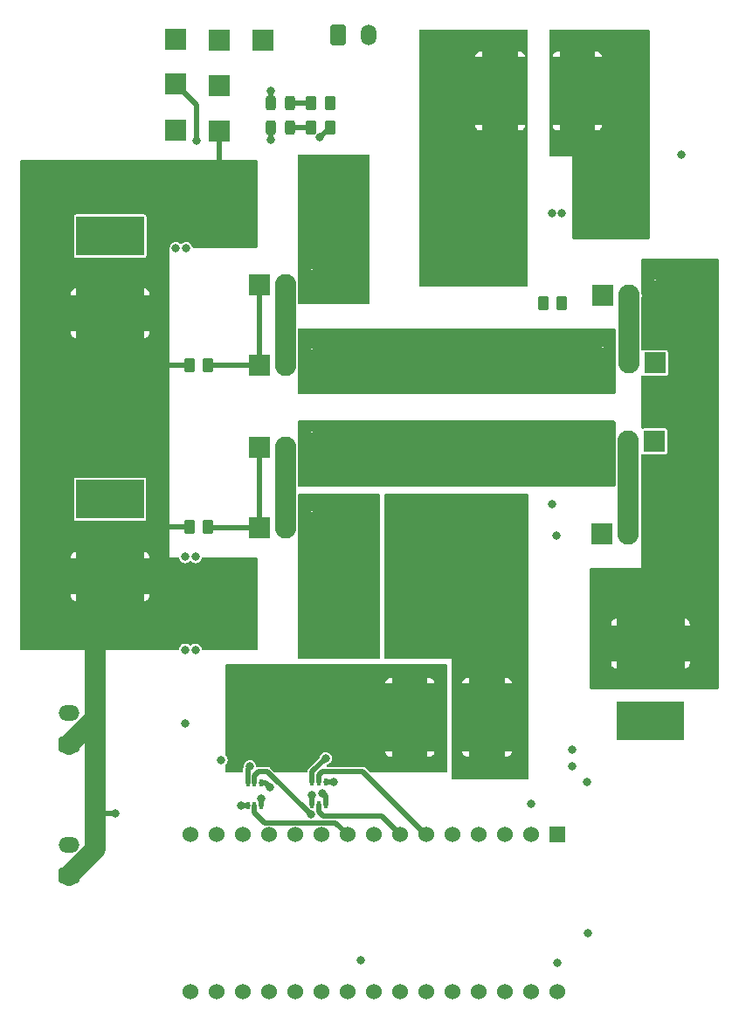
<source format=gtl>
G04 #@! TF.GenerationSoftware,KiCad,Pcbnew,8.0.1*
G04 #@! TF.CreationDate,2024-04-15T13:35:02-05:00*
G04 #@! TF.ProjectId,Power-Secondary,506f7765-722d-4536-9563-6f6e64617279,rev?*
G04 #@! TF.SameCoordinates,Original*
G04 #@! TF.FileFunction,Copper,L1,Top*
G04 #@! TF.FilePolarity,Positive*
%FSLAX46Y46*%
G04 Gerber Fmt 4.6, Leading zero omitted, Abs format (unit mm)*
G04 Created by KiCad (PCBNEW 8.0.1) date 2024-04-15 13:35:02*
%MOMM*%
%LPD*%
G01*
G04 APERTURE LIST*
G04 Aperture macros list*
%AMRoundRect*
0 Rectangle with rounded corners*
0 $1 Rounding radius*
0 $2 $3 $4 $5 $6 $7 $8 $9 X,Y pos of 4 corners*
0 Add a 4 corners polygon primitive as box body*
4,1,4,$2,$3,$4,$5,$6,$7,$8,$9,$2,$3,0*
0 Add four circle primitives for the rounded corners*
1,1,$1+$1,$2,$3*
1,1,$1+$1,$4,$5*
1,1,$1+$1,$6,$7*
1,1,$1+$1,$8,$9*
0 Add four rect primitives between the rounded corners*
20,1,$1+$1,$2,$3,$4,$5,0*
20,1,$1+$1,$4,$5,$6,$7,0*
20,1,$1+$1,$6,$7,$8,$9,0*
20,1,$1+$1,$8,$9,$2,$3,0*%
G04 Aperture macros list end*
G04 #@! TA.AperFunction,ComponentPad*
%ADD10R,3.430000X3.780000*%
G04 #@! TD*
G04 #@! TA.AperFunction,SMDPad,CuDef*
%ADD11R,0.400000X0.750000*%
G04 #@! TD*
G04 #@! TA.AperFunction,ComponentPad*
%ADD12R,2.085000X2.085000*%
G04 #@! TD*
G04 #@! TA.AperFunction,ComponentPad*
%ADD13C,2.085000*%
G04 #@! TD*
G04 #@! TA.AperFunction,SMDPad,CuDef*
%ADD14R,2.000000X2.000000*%
G04 #@! TD*
G04 #@! TA.AperFunction,SMDPad,CuDef*
%ADD15RoundRect,0.243750X-0.243750X-0.456250X0.243750X-0.456250X0.243750X0.456250X-0.243750X0.456250X0*%
G04 #@! TD*
G04 #@! TA.AperFunction,ComponentPad*
%ADD16R,3.780000X3.430000*%
G04 #@! TD*
G04 #@! TA.AperFunction,SMDPad,CuDef*
%ADD17RoundRect,0.250000X0.262500X0.450000X-0.262500X0.450000X-0.262500X-0.450000X0.262500X-0.450000X0*%
G04 #@! TD*
G04 #@! TA.AperFunction,ComponentPad*
%ADD18C,2.780000*%
G04 #@! TD*
G04 #@! TA.AperFunction,ComponentPad*
%ADD19RoundRect,0.250001X0.759999X-0.499999X0.759999X0.499999X-0.759999X0.499999X-0.759999X-0.499999X0*%
G04 #@! TD*
G04 #@! TA.AperFunction,ComponentPad*
%ADD20O,2.020000X1.500000*%
G04 #@! TD*
G04 #@! TA.AperFunction,ComponentPad*
%ADD21R,1.524000X1.524000*%
G04 #@! TD*
G04 #@! TA.AperFunction,ComponentPad*
%ADD22C,1.524000*%
G04 #@! TD*
G04 #@! TA.AperFunction,SMDPad,CuDef*
%ADD23RoundRect,0.250000X-0.262500X-0.450000X0.262500X-0.450000X0.262500X0.450000X-0.262500X0.450000X0*%
G04 #@! TD*
G04 #@! TA.AperFunction,ComponentPad*
%ADD24RoundRect,0.250001X-0.499999X-0.759999X0.499999X-0.759999X0.499999X0.759999X-0.499999X0.759999X0*%
G04 #@! TD*
G04 #@! TA.AperFunction,ComponentPad*
%ADD25O,1.500000X2.020000*%
G04 #@! TD*
G04 #@! TA.AperFunction,ViaPad*
%ADD26C,0.800000*%
G04 #@! TD*
G04 #@! TA.AperFunction,Conductor*
%ADD27C,0.500000*%
G04 #@! TD*
G04 #@! TA.AperFunction,Conductor*
%ADD28C,2.000000*%
G04 #@! TD*
G04 APERTURE END LIST*
D10*
X213180000Y-86000000D03*
X210000000Y-86000000D03*
X213180000Y-93490000D03*
X210000000Y-93490000D03*
D11*
X180100000Y-99400000D03*
X179450000Y-99400000D03*
X178800000Y-99400000D03*
X178800000Y-101600000D03*
X179450000Y-101600000D03*
X180100000Y-101600000D03*
D12*
X173670000Y-51250000D03*
D13*
X176210000Y-51250000D03*
X178750000Y-51250000D03*
D14*
X165600000Y-31800000D03*
D10*
X157630000Y-79495000D03*
X160810000Y-79495000D03*
X157630000Y-72005000D03*
X160810000Y-72005000D03*
D12*
X173670000Y-74750000D03*
D13*
X176210000Y-74750000D03*
X178750000Y-74750000D03*
D15*
X174802500Y-33600000D03*
X176677500Y-33600000D03*
D16*
X195750000Y-94740000D03*
X195750000Y-91560000D03*
X188260000Y-94740000D03*
X188260000Y-91560000D03*
D12*
X206920000Y-75345000D03*
D13*
X209460000Y-75345000D03*
X212000000Y-75345000D03*
D17*
X180512500Y-36000000D03*
X178687500Y-36000000D03*
X180525000Y-33600000D03*
X178700000Y-33600000D03*
D18*
X191090000Y-58460000D03*
X194490000Y-58460000D03*
X191090000Y-48540000D03*
X194490000Y-48540000D03*
D14*
X169800000Y-36300000D03*
D19*
X155250000Y-108500000D03*
D20*
X155250000Y-105500000D03*
D10*
X157635000Y-54000000D03*
X160815000Y-54000000D03*
X157635000Y-46510000D03*
X160815000Y-46510000D03*
D14*
X169800000Y-31900000D03*
D18*
X170640000Y-80500000D03*
X170640000Y-83900000D03*
X180560000Y-80500000D03*
X180560000Y-83900000D03*
D21*
X202540000Y-104500000D03*
D22*
X200000000Y-104500000D03*
X197460000Y-104500000D03*
X194920000Y-104500000D03*
X192380000Y-104500000D03*
X189840000Y-104500000D03*
X187300000Y-104500000D03*
X184760000Y-104500000D03*
X182220000Y-104500000D03*
X179680000Y-104500000D03*
X177140000Y-104500000D03*
X174600000Y-104500000D03*
X172060000Y-104500000D03*
X169520000Y-104500000D03*
X166980000Y-104500000D03*
X166980000Y-119740000D03*
X169520000Y-119740000D03*
X172060000Y-119740000D03*
X174600000Y-119740000D03*
X177140000Y-119740000D03*
X179680000Y-119740000D03*
X182220000Y-119740000D03*
X184760000Y-119740000D03*
X187300000Y-119740000D03*
X189840000Y-119740000D03*
X192380000Y-119740000D03*
X194920000Y-119740000D03*
X197460000Y-119740000D03*
X200000000Y-119740000D03*
X202540000Y-119740000D03*
D23*
X166887500Y-59000000D03*
X168712500Y-59000000D03*
D16*
X197005000Y-30880000D03*
X197005000Y-34060000D03*
X204495000Y-30880000D03*
X204495000Y-34060000D03*
D12*
X173670000Y-59000000D03*
D13*
X176210000Y-59000000D03*
X178750000Y-59000000D03*
D15*
X174790000Y-35995000D03*
X176665000Y-35995000D03*
D12*
X212040000Y-58805000D03*
D13*
X209500000Y-58805000D03*
X206960000Y-58805000D03*
D23*
X201175000Y-53000000D03*
X203000000Y-53000000D03*
D12*
X173670000Y-67000000D03*
D13*
X176210000Y-67000000D03*
X178750000Y-67000000D03*
D12*
X206960000Y-52250000D03*
D13*
X209500000Y-52250000D03*
X212040000Y-52250000D03*
D19*
X155250000Y-95750000D03*
D20*
X155250000Y-92750000D03*
D23*
X166875000Y-74700000D03*
X168700000Y-74700000D03*
D14*
X165600000Y-36250000D03*
X165600000Y-27450000D03*
D18*
X169790000Y-41300000D03*
X169790000Y-44700000D03*
X179710000Y-41300000D03*
X179710000Y-44700000D03*
D14*
X174000000Y-27500000D03*
D18*
X194450000Y-68540000D03*
X191050000Y-68540000D03*
X194450000Y-78460000D03*
X191050000Y-78460000D03*
D11*
X173850000Y-99500000D03*
X173200000Y-99500000D03*
X172550000Y-99500000D03*
X172550000Y-101700000D03*
X173200000Y-101700000D03*
X173850000Y-101700000D03*
D12*
X212000000Y-66405000D03*
D13*
X209460000Y-66405000D03*
X206920000Y-66405000D03*
D24*
X181300000Y-27000000D03*
D25*
X184300000Y-27000000D03*
D14*
X169800000Y-27500000D03*
D26*
X199300000Y-98700000D03*
X205423000Y-99400000D03*
X202550000Y-116900000D03*
X174700000Y-99900000D03*
X174800000Y-37200000D03*
X180900000Y-99400000D03*
X174800000Y-32400000D03*
X178800000Y-100700000D03*
X174000000Y-27500000D03*
X171900000Y-101700000D03*
X169800000Y-27500000D03*
X180525000Y-33600000D03*
X183512500Y-116700000D03*
X206200000Y-89900000D03*
X205550000Y-114050000D03*
X204000000Y-97900000D03*
X169800000Y-31900000D03*
X172769763Y-97923000D03*
X202073576Y-44300017D03*
X202050000Y-72450000D03*
X166500000Y-77600000D03*
X166500000Y-93700000D03*
X166500000Y-86600000D03*
X214600000Y-38600000D03*
X166600000Y-47700000D03*
X206300000Y-45000000D03*
X206300000Y-42000000D03*
X210100000Y-45000000D03*
X210100000Y-42000000D03*
X179556250Y-36956250D03*
X173000000Y-39700000D03*
X201175000Y-53000000D03*
X200000000Y-101500000D03*
X159750000Y-102500000D03*
X202498069Y-75500000D03*
X176700000Y-94900000D03*
X172900000Y-91900000D03*
X176700000Y-91900000D03*
X172900000Y-94900000D03*
X179800000Y-100500000D03*
X167600000Y-37300000D03*
X167500000Y-86600000D03*
X170000000Y-97300000D03*
X167500000Y-77600000D03*
X204000000Y-96317813D03*
X180100000Y-97123000D03*
X203000000Y-53000000D03*
X203000578Y-44299422D03*
X165600000Y-27450000D03*
X165600000Y-36300000D03*
X173850000Y-101021000D03*
X165600000Y-47700000D03*
X178650000Y-102584000D03*
D27*
X174802500Y-33600000D02*
X174802500Y-32402500D01*
X172550000Y-101700000D02*
X171900000Y-101700000D01*
X180900000Y-99400000D02*
X180100000Y-99400000D01*
X174700000Y-99900000D02*
X174300000Y-99500000D01*
X178800000Y-100700000D02*
X178800000Y-101600000D01*
X174802500Y-32402500D02*
X174800000Y-32400000D01*
X174300000Y-99500000D02*
X173850000Y-99500000D01*
X174790000Y-35995000D02*
X174790000Y-37190000D01*
X174790000Y-37190000D02*
X174800000Y-37200000D01*
X178682500Y-35995000D02*
X178687500Y-36000000D01*
X176665000Y-35995000D02*
X178682500Y-35995000D01*
X176677500Y-33600000D02*
X178700000Y-33600000D01*
D28*
X176210000Y-59000000D02*
X176210000Y-51250000D01*
D27*
X172769763Y-97923000D02*
X172550000Y-98142763D01*
X172550000Y-98142763D02*
X172550000Y-99500000D01*
X166887500Y-59000000D02*
X164700000Y-59000000D01*
X159750000Y-102500000D02*
X157800000Y-102500000D01*
X169800000Y-41290000D02*
X169790000Y-41300000D01*
D28*
X155250000Y-95750000D02*
X157800000Y-93200000D01*
X155250000Y-108500000D02*
X157800000Y-105950000D01*
X157800000Y-91800000D02*
X157800000Y-85600000D01*
X157800000Y-102500000D02*
X157800000Y-91800000D01*
X157800000Y-93200000D02*
X157800000Y-91800000D01*
D27*
X169800000Y-36300000D02*
X169800000Y-41290000D01*
X166875000Y-74700000D02*
X164800000Y-74700000D01*
X179556250Y-36956250D02*
X180512500Y-36000000D01*
D28*
X157800000Y-105950000D02*
X157800000Y-102500000D01*
D27*
X180100000Y-100800000D02*
X179800000Y-100500000D01*
X180100000Y-101600000D02*
X180100000Y-100800000D01*
X173670000Y-59000000D02*
X168712500Y-59000000D01*
X173670000Y-51250000D02*
X173670000Y-59000000D01*
X167600000Y-37300000D02*
X167600000Y-33800000D01*
X167600000Y-33800000D02*
X165600000Y-31800000D01*
D28*
X209500000Y-52250000D02*
X209500000Y-58805000D01*
D27*
X178800000Y-98423000D02*
X180100000Y-97123000D01*
X178800000Y-99400000D02*
X178800000Y-98423000D01*
X173850000Y-101021000D02*
X173850000Y-101700000D01*
X173670000Y-74750000D02*
X168750000Y-74750000D01*
X173670000Y-67000000D02*
X173670000Y-74750000D01*
D28*
X176210000Y-74750000D02*
X176210000Y-67000000D01*
X209460000Y-66405000D02*
X209460000Y-75345000D01*
D27*
X173200000Y-101700000D02*
X173200000Y-102400000D01*
X174161000Y-103361000D02*
X181081000Y-103361000D01*
X173200000Y-102400000D02*
X174161000Y-103361000D01*
X181081000Y-103361000D02*
X182220000Y-104500000D01*
X173621000Y-98400000D02*
X173200000Y-98821000D01*
X173200000Y-98821000D02*
X173200000Y-99500000D01*
X178650000Y-102584000D02*
X174466000Y-98400000D01*
X174466000Y-98400000D02*
X173621000Y-98400000D01*
X179450000Y-98721000D02*
X179771000Y-98400000D01*
X179771000Y-98400000D02*
X183700000Y-98400000D01*
X189800000Y-104500000D02*
X189840000Y-104500000D01*
X183700000Y-98400000D02*
X189800000Y-104500000D01*
X179450000Y-99400000D02*
X179450000Y-98721000D01*
X179450000Y-102279000D02*
X179905000Y-102734000D01*
X185534000Y-102734000D02*
X187300000Y-104500000D01*
X179905000Y-102734000D02*
X185534000Y-102734000D01*
X179450000Y-101600000D02*
X179450000Y-102279000D01*
G04 #@! TA.AperFunction,Conductor*
G36*
X199743039Y-71519685D02*
G01*
X199788794Y-71572489D01*
X199800000Y-71624000D01*
X199800000Y-99076000D01*
X199780315Y-99143039D01*
X199727511Y-99188794D01*
X199676000Y-99200000D01*
X192424000Y-99200000D01*
X192356961Y-99180315D01*
X192311206Y-99127511D01*
X192300000Y-99076000D01*
X192300000Y-96455000D01*
X193360000Y-96455000D01*
X193360000Y-96502844D01*
X193366401Y-96562372D01*
X193366403Y-96562379D01*
X193416645Y-96697086D01*
X193416649Y-96697093D01*
X193502809Y-96812187D01*
X193502812Y-96812190D01*
X193617906Y-96898350D01*
X193617913Y-96898354D01*
X193752620Y-96948596D01*
X193752627Y-96948598D01*
X193812155Y-96954999D01*
X193812172Y-96955000D01*
X194035000Y-96955000D01*
X194035000Y-96455000D01*
X197465000Y-96455000D01*
X197465000Y-96955000D01*
X197687828Y-96955000D01*
X197687844Y-96954999D01*
X197747372Y-96948598D01*
X197747379Y-96948596D01*
X197882086Y-96898354D01*
X197882093Y-96898350D01*
X197997187Y-96812190D01*
X197997190Y-96812187D01*
X198083350Y-96697093D01*
X198083354Y-96697086D01*
X198133596Y-96562379D01*
X198133598Y-96562372D01*
X198139999Y-96502844D01*
X198140000Y-96502827D01*
X198140000Y-96455000D01*
X197465000Y-96455000D01*
X194035000Y-96455000D01*
X193360000Y-96455000D01*
X192300000Y-96455000D01*
X192300000Y-94827657D01*
X194860000Y-94827657D01*
X194894203Y-94999603D01*
X194961293Y-95161573D01*
X195058692Y-95307342D01*
X195182658Y-95431308D01*
X195328427Y-95528707D01*
X195490397Y-95595797D01*
X195662343Y-95630000D01*
X195837657Y-95630000D01*
X196009603Y-95595797D01*
X196171573Y-95528707D01*
X196317342Y-95431308D01*
X196441308Y-95307342D01*
X196538707Y-95161573D01*
X196605797Y-94999603D01*
X196640000Y-94827657D01*
X196640000Y-94652343D01*
X196605797Y-94480397D01*
X196538707Y-94318427D01*
X196441308Y-94172658D01*
X196317342Y-94048692D01*
X196171573Y-93951293D01*
X196009603Y-93884203D01*
X195837657Y-93850000D01*
X195662343Y-93850000D01*
X195490397Y-93884203D01*
X195328427Y-93951293D01*
X195182658Y-94048692D01*
X195058692Y-94172658D01*
X194961293Y-94318427D01*
X194894203Y-94480397D01*
X194860000Y-94652343D01*
X194860000Y-94827657D01*
X192300000Y-94827657D01*
X192300000Y-91647657D01*
X194860000Y-91647657D01*
X194894203Y-91819603D01*
X194961293Y-91981573D01*
X195058692Y-92127342D01*
X195182658Y-92251308D01*
X195328427Y-92348707D01*
X195490397Y-92415797D01*
X195662343Y-92450000D01*
X195837657Y-92450000D01*
X196009603Y-92415797D01*
X196171573Y-92348707D01*
X196317342Y-92251308D01*
X196441308Y-92127342D01*
X196538707Y-91981573D01*
X196605797Y-91819603D01*
X196640000Y-91647657D01*
X196640000Y-91472343D01*
X196605797Y-91300397D01*
X196538707Y-91138427D01*
X196441308Y-90992658D01*
X196317342Y-90868692D01*
X196171573Y-90771293D01*
X196009603Y-90704203D01*
X195837657Y-90670000D01*
X195662343Y-90670000D01*
X195490397Y-90704203D01*
X195328427Y-90771293D01*
X195182658Y-90868692D01*
X195058692Y-90992658D01*
X194961293Y-91138427D01*
X194894203Y-91300397D01*
X194860000Y-91472343D01*
X194860000Y-91647657D01*
X192300000Y-91647657D01*
X192300000Y-89845000D01*
X193360000Y-89845000D01*
X194035000Y-89845000D01*
X194035000Y-89345000D01*
X197465000Y-89345000D01*
X197465000Y-89845000D01*
X198140000Y-89845000D01*
X198140000Y-89797172D01*
X198139999Y-89797155D01*
X198133598Y-89737627D01*
X198133596Y-89737620D01*
X198083354Y-89602913D01*
X198083350Y-89602906D01*
X197997190Y-89487812D01*
X197997187Y-89487809D01*
X197882093Y-89401649D01*
X197882086Y-89401645D01*
X197747379Y-89351403D01*
X197747372Y-89351401D01*
X197687844Y-89345000D01*
X197465000Y-89345000D01*
X194035000Y-89345000D01*
X193812155Y-89345000D01*
X193752627Y-89351401D01*
X193752620Y-89351403D01*
X193617913Y-89401645D01*
X193617906Y-89401649D01*
X193502812Y-89487809D01*
X193502809Y-89487812D01*
X193416649Y-89602906D01*
X193416645Y-89602913D01*
X193366403Y-89737620D01*
X193366401Y-89737627D01*
X193360000Y-89797155D01*
X193360000Y-89845000D01*
X192300000Y-89845000D01*
X192300000Y-87500000D01*
X185924000Y-87500000D01*
X185856961Y-87480315D01*
X185811206Y-87427511D01*
X185800000Y-87376000D01*
X185800000Y-78547657D01*
X190160000Y-78547657D01*
X190194203Y-78719603D01*
X190261293Y-78881573D01*
X190358692Y-79027342D01*
X190482658Y-79151308D01*
X190628427Y-79248707D01*
X190790397Y-79315797D01*
X190962343Y-79350000D01*
X191137657Y-79350000D01*
X191309603Y-79315797D01*
X191471573Y-79248707D01*
X191617342Y-79151308D01*
X191741308Y-79027342D01*
X191838707Y-78881573D01*
X191905797Y-78719603D01*
X191940000Y-78547657D01*
X193560000Y-78547657D01*
X193594203Y-78719603D01*
X193661293Y-78881573D01*
X193758692Y-79027342D01*
X193882658Y-79151308D01*
X194028427Y-79248707D01*
X194190397Y-79315797D01*
X194362343Y-79350000D01*
X194537657Y-79350000D01*
X194709603Y-79315797D01*
X194871573Y-79248707D01*
X195017342Y-79151308D01*
X195141308Y-79027342D01*
X195238707Y-78881573D01*
X195305797Y-78719603D01*
X195340000Y-78547657D01*
X195340000Y-78372343D01*
X195305797Y-78200397D01*
X195238707Y-78038427D01*
X195141308Y-77892658D01*
X195017342Y-77768692D01*
X194871573Y-77671293D01*
X194709603Y-77604203D01*
X194537657Y-77570000D01*
X194362343Y-77570000D01*
X194190397Y-77604203D01*
X194028427Y-77671293D01*
X193882658Y-77768692D01*
X193758692Y-77892658D01*
X193661293Y-78038427D01*
X193594203Y-78200397D01*
X193560000Y-78372343D01*
X193560000Y-78547657D01*
X191940000Y-78547657D01*
X191940000Y-78372343D01*
X191905797Y-78200397D01*
X191838707Y-78038427D01*
X191741308Y-77892658D01*
X191617342Y-77768692D01*
X191471573Y-77671293D01*
X191309603Y-77604203D01*
X191137657Y-77570000D01*
X190962343Y-77570000D01*
X190790397Y-77604203D01*
X190628427Y-77671293D01*
X190482658Y-77768692D01*
X190358692Y-77892658D01*
X190261293Y-78038427D01*
X190194203Y-78200397D01*
X190160000Y-78372343D01*
X190160000Y-78547657D01*
X185800000Y-78547657D01*
X185800000Y-71624000D01*
X185819685Y-71556961D01*
X185872489Y-71511206D01*
X185924000Y-71500000D01*
X199676000Y-71500000D01*
X199743039Y-71519685D01*
G37*
G04 #@! TD.AperFunction*
G04 #@! TA.AperFunction,Conductor*
G36*
X185343039Y-71519685D02*
G01*
X185388794Y-71572489D01*
X185400000Y-71624000D01*
X185400000Y-87376000D01*
X185380315Y-87443039D01*
X185327511Y-87488794D01*
X185276000Y-87500000D01*
X177524000Y-87500000D01*
X177456961Y-87480315D01*
X177411206Y-87427511D01*
X177400000Y-87376000D01*
X177400000Y-83987657D01*
X179670000Y-83987657D01*
X179704203Y-84159603D01*
X179771293Y-84321573D01*
X179868692Y-84467342D01*
X179992658Y-84591308D01*
X180138427Y-84688707D01*
X180300397Y-84755797D01*
X180472343Y-84790000D01*
X180647657Y-84790000D01*
X180819603Y-84755797D01*
X180981573Y-84688707D01*
X181127342Y-84591308D01*
X181251308Y-84467342D01*
X181348707Y-84321573D01*
X181415797Y-84159603D01*
X181450000Y-83987657D01*
X181450000Y-83812343D01*
X181415797Y-83640397D01*
X181348707Y-83478427D01*
X181251308Y-83332658D01*
X181127342Y-83208692D01*
X180981573Y-83111293D01*
X180819603Y-83044203D01*
X180647657Y-83010000D01*
X180472343Y-83010000D01*
X180300397Y-83044203D01*
X180138427Y-83111293D01*
X179992658Y-83208692D01*
X179868692Y-83332658D01*
X179771293Y-83478427D01*
X179704203Y-83640397D01*
X179670000Y-83812343D01*
X179670000Y-83987657D01*
X177400000Y-83987657D01*
X177400000Y-80587657D01*
X179670000Y-80587657D01*
X179704203Y-80759603D01*
X179771293Y-80921573D01*
X179868692Y-81067342D01*
X179992658Y-81191308D01*
X180138427Y-81288707D01*
X180300397Y-81355797D01*
X180472343Y-81390000D01*
X180647657Y-81390000D01*
X180819603Y-81355797D01*
X180981573Y-81288707D01*
X181127342Y-81191308D01*
X181251308Y-81067342D01*
X181348707Y-80921573D01*
X181415797Y-80759603D01*
X181450000Y-80587657D01*
X181450000Y-80412343D01*
X181415797Y-80240397D01*
X181348707Y-80078427D01*
X181251308Y-79932658D01*
X181127342Y-79808692D01*
X180981573Y-79711293D01*
X180819603Y-79644203D01*
X180647657Y-79610000D01*
X180472343Y-79610000D01*
X180300397Y-79644203D01*
X180138427Y-79711293D01*
X179992658Y-79808692D01*
X179868692Y-79932658D01*
X179771293Y-80078427D01*
X179704203Y-80240397D01*
X179670000Y-80412343D01*
X179670000Y-80587657D01*
X177400000Y-80587657D01*
X177400000Y-76291946D01*
X178682371Y-76291946D01*
X178749999Y-76297269D01*
X178817627Y-76291946D01*
X178750000Y-76224318D01*
X178682371Y-76291946D01*
X177400000Y-76291946D01*
X177400000Y-75642236D01*
X177400000Y-75111442D01*
X177408638Y-75079206D01*
X177438792Y-74966669D01*
X177451759Y-74818452D01*
X178055000Y-74818452D01*
X178081708Y-74952724D01*
X178134099Y-75079206D01*
X178210158Y-75193037D01*
X178306963Y-75289842D01*
X178420794Y-75365901D01*
X178547276Y-75418292D01*
X178681548Y-75445000D01*
X178818452Y-75445000D01*
X178952724Y-75418292D01*
X179079206Y-75365901D01*
X179193037Y-75289842D01*
X179289842Y-75193037D01*
X179365901Y-75079206D01*
X179418292Y-74952724D01*
X179445000Y-74818452D01*
X179445000Y-74750000D01*
X180224318Y-74750000D01*
X180291946Y-74817627D01*
X180297269Y-74749999D01*
X180291946Y-74682371D01*
X180224318Y-74750000D01*
X179445000Y-74750000D01*
X179445000Y-74681548D01*
X179418292Y-74547276D01*
X179365901Y-74420794D01*
X179289842Y-74306963D01*
X179193037Y-74210158D01*
X179079206Y-74134099D01*
X178952724Y-74081708D01*
X178818452Y-74055000D01*
X178681548Y-74055000D01*
X178547276Y-74081708D01*
X178420794Y-74134099D01*
X178306963Y-74210158D01*
X178210158Y-74306963D01*
X178134099Y-74420794D01*
X178081708Y-74547276D01*
X178055000Y-74681548D01*
X178055000Y-74818452D01*
X177451759Y-74818452D01*
X177457748Y-74750000D01*
X177438792Y-74533331D01*
X177414725Y-74443511D01*
X177410500Y-74411418D01*
X177410500Y-73208052D01*
X178682370Y-73208052D01*
X178750000Y-73275681D01*
X178817629Y-73208051D01*
X178750000Y-73202730D01*
X178682370Y-73208051D01*
X178682370Y-73208052D01*
X177410500Y-73208052D01*
X177410500Y-71624000D01*
X177430185Y-71556961D01*
X177482989Y-71511206D01*
X177534500Y-71500000D01*
X185276000Y-71500000D01*
X185343039Y-71519685D01*
G37*
G04 #@! TD.AperFunction*
G04 #@! TA.AperFunction,Conductor*
G36*
X173443039Y-39169685D02*
G01*
X173488794Y-39222489D01*
X173500000Y-39274000D01*
X173500000Y-47526000D01*
X173480315Y-47593039D01*
X173427511Y-47638794D01*
X173376000Y-47650000D01*
X167307844Y-47650000D01*
X167240805Y-47630315D01*
X167195050Y-47577511D01*
X167187439Y-47551009D01*
X167187147Y-47551088D01*
X167185044Y-47543239D01*
X167185044Y-47543238D01*
X167124536Y-47397159D01*
X167028282Y-47271718D01*
X166902841Y-47175464D01*
X166756762Y-47114956D01*
X166756760Y-47114955D01*
X166600001Y-47094318D01*
X166599999Y-47094318D01*
X166443239Y-47114955D01*
X166443237Y-47114956D01*
X166297157Y-47175464D01*
X166175486Y-47268826D01*
X166110317Y-47294020D01*
X166041872Y-47279981D01*
X166024514Y-47268826D01*
X165902842Y-47175464D01*
X165756762Y-47114956D01*
X165756760Y-47114955D01*
X165600001Y-47094318D01*
X165599999Y-47094318D01*
X165443239Y-47114955D01*
X165443237Y-47114956D01*
X165297160Y-47175463D01*
X165171718Y-47271718D01*
X165075463Y-47397160D01*
X165014956Y-47543237D01*
X165014956Y-47543239D01*
X165006531Y-47607231D01*
X165000000Y-47621993D01*
X165000000Y-47648714D01*
X164998939Y-47664899D01*
X164994318Y-47699998D01*
X164994318Y-47699999D01*
X164998939Y-47735099D01*
X165000000Y-47751285D01*
X165000000Y-77650000D01*
X165792156Y-77650000D01*
X165859195Y-77669685D01*
X165904950Y-77722489D01*
X165912560Y-77748990D01*
X165912853Y-77748912D01*
X165914956Y-77756762D01*
X165924581Y-77780000D01*
X165975464Y-77902841D01*
X166071718Y-78028282D01*
X166197159Y-78124536D01*
X166343238Y-78185044D01*
X166421619Y-78195363D01*
X166499999Y-78205682D01*
X166500000Y-78205682D01*
X166500001Y-78205682D01*
X166552254Y-78198802D01*
X166656762Y-78185044D01*
X166802841Y-78124536D01*
X166924515Y-78031171D01*
X166989683Y-78005979D01*
X167058127Y-78020017D01*
X167075478Y-78031167D01*
X167197159Y-78124536D01*
X167343238Y-78185044D01*
X167421619Y-78195363D01*
X167499999Y-78205682D01*
X167500000Y-78205682D01*
X167500001Y-78205682D01*
X167552254Y-78198802D01*
X167656762Y-78185044D01*
X167802841Y-78124536D01*
X167928282Y-78028282D01*
X168024536Y-77902841D01*
X168085044Y-77756762D01*
X168085044Y-77756754D01*
X168087147Y-77748912D01*
X168088664Y-77749318D01*
X168113169Y-77693921D01*
X168171492Y-77655448D01*
X168207844Y-77650000D01*
X173376000Y-77650000D01*
X173443039Y-77669685D01*
X173488794Y-77722489D01*
X173500000Y-77774000D01*
X173500000Y-86526000D01*
X173480315Y-86593039D01*
X173427511Y-86638794D01*
X173376000Y-86650000D01*
X168221010Y-86650000D01*
X168153971Y-86630315D01*
X168108216Y-86577511D01*
X168098071Y-86542186D01*
X168094932Y-86518348D01*
X168085044Y-86443238D01*
X168024536Y-86297159D01*
X167928282Y-86171718D01*
X167802841Y-86075464D01*
X167656762Y-86014956D01*
X167656760Y-86014955D01*
X167500001Y-85994318D01*
X167499999Y-85994318D01*
X167343239Y-86014955D01*
X167343237Y-86014956D01*
X167197157Y-86075464D01*
X167075486Y-86168826D01*
X167010317Y-86194020D01*
X166941872Y-86179981D01*
X166924514Y-86168826D01*
X166802842Y-86075464D01*
X166656762Y-86014956D01*
X166656760Y-86014955D01*
X166500001Y-85994318D01*
X166499999Y-85994318D01*
X166343239Y-86014955D01*
X166343237Y-86014956D01*
X166197160Y-86075463D01*
X166071718Y-86171718D01*
X165975463Y-86297160D01*
X165914956Y-86443237D01*
X165914956Y-86443238D01*
X165901929Y-86542186D01*
X165873662Y-86606082D01*
X165815338Y-86644553D01*
X165778990Y-86650000D01*
X150624000Y-86650000D01*
X150556961Y-86630315D01*
X150511206Y-86577511D01*
X150500000Y-86526000D01*
X150500000Y-83987657D01*
X169750000Y-83987657D01*
X169784203Y-84159603D01*
X169851293Y-84321573D01*
X169948692Y-84467342D01*
X170072658Y-84591308D01*
X170218427Y-84688707D01*
X170380397Y-84755797D01*
X170552343Y-84790000D01*
X170727657Y-84790000D01*
X170899603Y-84755797D01*
X171061573Y-84688707D01*
X171207342Y-84591308D01*
X171331308Y-84467342D01*
X171428707Y-84321573D01*
X171495797Y-84159603D01*
X171530000Y-83987657D01*
X171530000Y-83812343D01*
X171495797Y-83640397D01*
X171428707Y-83478427D01*
X171331308Y-83332658D01*
X171207342Y-83208692D01*
X171061573Y-83111293D01*
X170899603Y-83044203D01*
X170727657Y-83010000D01*
X170552343Y-83010000D01*
X170380397Y-83044203D01*
X170218427Y-83111293D01*
X170072658Y-83208692D01*
X169948692Y-83332658D01*
X169851293Y-83478427D01*
X169784203Y-83640397D01*
X169750000Y-83812343D01*
X169750000Y-83987657D01*
X150500000Y-83987657D01*
X150500000Y-81210000D01*
X155415000Y-81210000D01*
X155415000Y-81432844D01*
X155421401Y-81492372D01*
X155421403Y-81492379D01*
X155471645Y-81627086D01*
X155471649Y-81627093D01*
X155557809Y-81742187D01*
X155557812Y-81742190D01*
X155672906Y-81828350D01*
X155672913Y-81828354D01*
X155807620Y-81878596D01*
X155807627Y-81878598D01*
X155867155Y-81884999D01*
X155867172Y-81885000D01*
X155915000Y-81885000D01*
X155915000Y-81210000D01*
X162525000Y-81210000D01*
X162525000Y-81885000D01*
X162572828Y-81885000D01*
X162572844Y-81884999D01*
X162632372Y-81878598D01*
X162632379Y-81878596D01*
X162767086Y-81828354D01*
X162767093Y-81828350D01*
X162882187Y-81742190D01*
X162882190Y-81742187D01*
X162968350Y-81627093D01*
X162968354Y-81627086D01*
X163018596Y-81492379D01*
X163018598Y-81492372D01*
X163024999Y-81432844D01*
X163025000Y-81432827D01*
X163025000Y-81210000D01*
X162525000Y-81210000D01*
X155915000Y-81210000D01*
X155415000Y-81210000D01*
X150500000Y-81210000D01*
X150500000Y-80587657D01*
X169750000Y-80587657D01*
X169784203Y-80759603D01*
X169851293Y-80921573D01*
X169948692Y-81067342D01*
X170072658Y-81191308D01*
X170218427Y-81288707D01*
X170380397Y-81355797D01*
X170552343Y-81390000D01*
X170727657Y-81390000D01*
X170899603Y-81355797D01*
X171061573Y-81288707D01*
X171207342Y-81191308D01*
X171331308Y-81067342D01*
X171428707Y-80921573D01*
X171495797Y-80759603D01*
X171530000Y-80587657D01*
X171530000Y-80412343D01*
X171495797Y-80240397D01*
X171428707Y-80078427D01*
X171331308Y-79932658D01*
X171207342Y-79808692D01*
X171061573Y-79711293D01*
X170899603Y-79644203D01*
X170727657Y-79610000D01*
X170552343Y-79610000D01*
X170380397Y-79644203D01*
X170218427Y-79711293D01*
X170072658Y-79808692D01*
X169948692Y-79932658D01*
X169851293Y-80078427D01*
X169784203Y-80240397D01*
X169750000Y-80412343D01*
X169750000Y-80587657D01*
X150500000Y-80587657D01*
X150500000Y-79582657D01*
X156740000Y-79582657D01*
X156774203Y-79754603D01*
X156841293Y-79916573D01*
X156938692Y-80062342D01*
X157062658Y-80186308D01*
X157208427Y-80283707D01*
X157370397Y-80350797D01*
X157542343Y-80385000D01*
X157717657Y-80385000D01*
X157889603Y-80350797D01*
X158051573Y-80283707D01*
X158197342Y-80186308D01*
X158321308Y-80062342D01*
X158418707Y-79916573D01*
X158485797Y-79754603D01*
X158520000Y-79582657D01*
X159920000Y-79582657D01*
X159954203Y-79754603D01*
X160021293Y-79916573D01*
X160118692Y-80062342D01*
X160242658Y-80186308D01*
X160388427Y-80283707D01*
X160550397Y-80350797D01*
X160722343Y-80385000D01*
X160897657Y-80385000D01*
X161069603Y-80350797D01*
X161231573Y-80283707D01*
X161377342Y-80186308D01*
X161501308Y-80062342D01*
X161598707Y-79916573D01*
X161665797Y-79754603D01*
X161700000Y-79582657D01*
X161700000Y-79407343D01*
X161665797Y-79235397D01*
X161598707Y-79073427D01*
X161501308Y-78927658D01*
X161377342Y-78803692D01*
X161231573Y-78706293D01*
X161069603Y-78639203D01*
X160897657Y-78605000D01*
X160722343Y-78605000D01*
X160550397Y-78639203D01*
X160388427Y-78706293D01*
X160242658Y-78803692D01*
X160118692Y-78927658D01*
X160021293Y-79073427D01*
X159954203Y-79235397D01*
X159920000Y-79407343D01*
X159920000Y-79582657D01*
X158520000Y-79582657D01*
X158520000Y-79407343D01*
X158485797Y-79235397D01*
X158418707Y-79073427D01*
X158321308Y-78927658D01*
X158197342Y-78803692D01*
X158051573Y-78706293D01*
X157889603Y-78639203D01*
X157717657Y-78605000D01*
X157542343Y-78605000D01*
X157370397Y-78639203D01*
X157208427Y-78706293D01*
X157062658Y-78803692D01*
X156938692Y-78927658D01*
X156841293Y-79073427D01*
X156774203Y-79235397D01*
X156740000Y-79407343D01*
X156740000Y-79582657D01*
X150500000Y-79582657D01*
X150500000Y-77780000D01*
X155415000Y-77780000D01*
X155915000Y-77780000D01*
X155915000Y-77105000D01*
X162525000Y-77105000D01*
X162525000Y-77780000D01*
X163025000Y-77780000D01*
X163025000Y-77557172D01*
X163024999Y-77557155D01*
X163018598Y-77497627D01*
X163018596Y-77497620D01*
X162968354Y-77362913D01*
X162968350Y-77362906D01*
X162882190Y-77247812D01*
X162882187Y-77247809D01*
X162767093Y-77161649D01*
X162767086Y-77161645D01*
X162632379Y-77111403D01*
X162632372Y-77111401D01*
X162572844Y-77105000D01*
X162525000Y-77105000D01*
X155915000Y-77105000D01*
X155867155Y-77105000D01*
X155807627Y-77111401D01*
X155807620Y-77111403D01*
X155672913Y-77161645D01*
X155672906Y-77161649D01*
X155557812Y-77247809D01*
X155557809Y-77247812D01*
X155471649Y-77362906D01*
X155471645Y-77362913D01*
X155421403Y-77497620D01*
X155421401Y-77497627D01*
X155415000Y-77557155D01*
X155415000Y-77780000D01*
X150500000Y-77780000D01*
X150500000Y-73914752D01*
X155714500Y-73914752D01*
X155726131Y-73973229D01*
X155726132Y-73973230D01*
X155770447Y-74039552D01*
X155836769Y-74083867D01*
X155836770Y-74083868D01*
X155895247Y-74095499D01*
X155895250Y-74095500D01*
X155895252Y-74095500D01*
X162544750Y-74095500D01*
X162544751Y-74095499D01*
X162559568Y-74092552D01*
X162603229Y-74083868D01*
X162603229Y-74083867D01*
X162603231Y-74083867D01*
X162669552Y-74039552D01*
X162713867Y-73973231D01*
X162713867Y-73973229D01*
X162713868Y-73973229D01*
X162725499Y-73914752D01*
X162725500Y-73914750D01*
X162725500Y-70095249D01*
X162725499Y-70095247D01*
X162713868Y-70036770D01*
X162713867Y-70036769D01*
X162669552Y-69970447D01*
X162603230Y-69926132D01*
X162603229Y-69926131D01*
X162544752Y-69914500D01*
X162544748Y-69914500D01*
X159364748Y-69914500D01*
X155895252Y-69914500D01*
X155895247Y-69914500D01*
X155836770Y-69926131D01*
X155836769Y-69926132D01*
X155770447Y-69970447D01*
X155726132Y-70036769D01*
X155726131Y-70036770D01*
X155714500Y-70095247D01*
X155714500Y-73914752D01*
X150500000Y-73914752D01*
X150500000Y-55715000D01*
X155420000Y-55715000D01*
X155420000Y-55937844D01*
X155426401Y-55997372D01*
X155426403Y-55997379D01*
X155476645Y-56132086D01*
X155476649Y-56132093D01*
X155562809Y-56247187D01*
X155562812Y-56247190D01*
X155677906Y-56333350D01*
X155677913Y-56333354D01*
X155812620Y-56383596D01*
X155812627Y-56383598D01*
X155872155Y-56389999D01*
X155872172Y-56390000D01*
X155920000Y-56390000D01*
X155920000Y-55715000D01*
X162530000Y-55715000D01*
X162530000Y-56390000D01*
X162577828Y-56390000D01*
X162577844Y-56389999D01*
X162637372Y-56383598D01*
X162637379Y-56383596D01*
X162772086Y-56333354D01*
X162772093Y-56333350D01*
X162887187Y-56247190D01*
X162887190Y-56247187D01*
X162973350Y-56132093D01*
X162973354Y-56132086D01*
X163023596Y-55997379D01*
X163023598Y-55997372D01*
X163029999Y-55937844D01*
X163030000Y-55937827D01*
X163030000Y-55715000D01*
X162530000Y-55715000D01*
X155920000Y-55715000D01*
X155420000Y-55715000D01*
X150500000Y-55715000D01*
X150500000Y-54087657D01*
X156745000Y-54087657D01*
X156779203Y-54259603D01*
X156846293Y-54421573D01*
X156943692Y-54567342D01*
X157067658Y-54691308D01*
X157213427Y-54788707D01*
X157375397Y-54855797D01*
X157547343Y-54890000D01*
X157722657Y-54890000D01*
X157894603Y-54855797D01*
X158056573Y-54788707D01*
X158202342Y-54691308D01*
X158326308Y-54567342D01*
X158423707Y-54421573D01*
X158490797Y-54259603D01*
X158525000Y-54087657D01*
X159925000Y-54087657D01*
X159959203Y-54259603D01*
X160026293Y-54421573D01*
X160123692Y-54567342D01*
X160247658Y-54691308D01*
X160393427Y-54788707D01*
X160555397Y-54855797D01*
X160727343Y-54890000D01*
X160902657Y-54890000D01*
X161074603Y-54855797D01*
X161236573Y-54788707D01*
X161382342Y-54691308D01*
X161506308Y-54567342D01*
X161603707Y-54421573D01*
X161670797Y-54259603D01*
X161705000Y-54087657D01*
X161705000Y-53912343D01*
X161670797Y-53740397D01*
X161603707Y-53578427D01*
X161506308Y-53432658D01*
X161382342Y-53308692D01*
X161236573Y-53211293D01*
X161074603Y-53144203D01*
X160902657Y-53110000D01*
X160727343Y-53110000D01*
X160555397Y-53144203D01*
X160393427Y-53211293D01*
X160247658Y-53308692D01*
X160123692Y-53432658D01*
X160026293Y-53578427D01*
X159959203Y-53740397D01*
X159925000Y-53912343D01*
X159925000Y-54087657D01*
X158525000Y-54087657D01*
X158525000Y-53912343D01*
X158490797Y-53740397D01*
X158423707Y-53578427D01*
X158326308Y-53432658D01*
X158202342Y-53308692D01*
X158056573Y-53211293D01*
X157894603Y-53144203D01*
X157722657Y-53110000D01*
X157547343Y-53110000D01*
X157375397Y-53144203D01*
X157213427Y-53211293D01*
X157067658Y-53308692D01*
X156943692Y-53432658D01*
X156846293Y-53578427D01*
X156779203Y-53740397D01*
X156745000Y-53912343D01*
X156745000Y-54087657D01*
X150500000Y-54087657D01*
X150500000Y-52285000D01*
X155420000Y-52285000D01*
X155920000Y-52285000D01*
X155920000Y-51610000D01*
X162530000Y-51610000D01*
X162530000Y-52285000D01*
X163030000Y-52285000D01*
X163030000Y-52062172D01*
X163029999Y-52062155D01*
X163023598Y-52002627D01*
X163023596Y-52002620D01*
X162973354Y-51867913D01*
X162973350Y-51867906D01*
X162887190Y-51752812D01*
X162887187Y-51752809D01*
X162772093Y-51666649D01*
X162772086Y-51666645D01*
X162637379Y-51616403D01*
X162637372Y-51616401D01*
X162577844Y-51610000D01*
X162530000Y-51610000D01*
X155920000Y-51610000D01*
X155872155Y-51610000D01*
X155812627Y-51616401D01*
X155812620Y-51616403D01*
X155677913Y-51666645D01*
X155677906Y-51666649D01*
X155562812Y-51752809D01*
X155562809Y-51752812D01*
X155476649Y-51867906D01*
X155476645Y-51867913D01*
X155426403Y-52002620D01*
X155426401Y-52002627D01*
X155420000Y-52062155D01*
X155420000Y-52285000D01*
X150500000Y-52285000D01*
X150500000Y-48419752D01*
X155719500Y-48419752D01*
X155731131Y-48478229D01*
X155731132Y-48478230D01*
X155775447Y-48544552D01*
X155841769Y-48588867D01*
X155841770Y-48588868D01*
X155900247Y-48600499D01*
X155900250Y-48600500D01*
X155900252Y-48600500D01*
X162549750Y-48600500D01*
X162549751Y-48600499D01*
X162564568Y-48597552D01*
X162608229Y-48588868D01*
X162608229Y-48588867D01*
X162608231Y-48588867D01*
X162674552Y-48544552D01*
X162718867Y-48478231D01*
X162718867Y-48478229D01*
X162718868Y-48478229D01*
X162730499Y-48419752D01*
X162730500Y-48419750D01*
X162730500Y-44787657D01*
X168900000Y-44787657D01*
X168934203Y-44959603D01*
X169001293Y-45121573D01*
X169098692Y-45267342D01*
X169222658Y-45391308D01*
X169368427Y-45488707D01*
X169530397Y-45555797D01*
X169702343Y-45590000D01*
X169877657Y-45590000D01*
X170049603Y-45555797D01*
X170211573Y-45488707D01*
X170357342Y-45391308D01*
X170481308Y-45267342D01*
X170578707Y-45121573D01*
X170645797Y-44959603D01*
X170680000Y-44787657D01*
X170680000Y-44612343D01*
X170645797Y-44440397D01*
X170578707Y-44278427D01*
X170481308Y-44132658D01*
X170357342Y-44008692D01*
X170211573Y-43911293D01*
X170049603Y-43844203D01*
X169877657Y-43810000D01*
X169702343Y-43810000D01*
X169530397Y-43844203D01*
X169368427Y-43911293D01*
X169222658Y-44008692D01*
X169098692Y-44132658D01*
X169001293Y-44278427D01*
X168934203Y-44440397D01*
X168900000Y-44612343D01*
X168900000Y-44787657D01*
X162730500Y-44787657D01*
X162730500Y-44600249D01*
X162730499Y-44600247D01*
X162718868Y-44541770D01*
X162718867Y-44541769D01*
X162674552Y-44475447D01*
X162608230Y-44431132D01*
X162608229Y-44431131D01*
X162549752Y-44419500D01*
X162549748Y-44419500D01*
X159369748Y-44419500D01*
X155900252Y-44419500D01*
X155900247Y-44419500D01*
X155841770Y-44431131D01*
X155841769Y-44431132D01*
X155775447Y-44475447D01*
X155731132Y-44541769D01*
X155731131Y-44541770D01*
X155719500Y-44600247D01*
X155719500Y-48419752D01*
X150500000Y-48419752D01*
X150500000Y-41387657D01*
X168900000Y-41387657D01*
X168934203Y-41559603D01*
X169001293Y-41721573D01*
X169098692Y-41867342D01*
X169222658Y-41991308D01*
X169368427Y-42088707D01*
X169530397Y-42155797D01*
X169702343Y-42190000D01*
X169877657Y-42190000D01*
X170049603Y-42155797D01*
X170211573Y-42088707D01*
X170357342Y-41991308D01*
X170481308Y-41867342D01*
X170578707Y-41721573D01*
X170645797Y-41559603D01*
X170680000Y-41387657D01*
X170680000Y-41212343D01*
X170645797Y-41040397D01*
X170578707Y-40878427D01*
X170481308Y-40732658D01*
X170357342Y-40608692D01*
X170211573Y-40511293D01*
X170049603Y-40444203D01*
X169877657Y-40410000D01*
X169702343Y-40410000D01*
X169530397Y-40444203D01*
X169368427Y-40511293D01*
X169222658Y-40608692D01*
X169098692Y-40732658D01*
X169001293Y-40878427D01*
X168934203Y-41040397D01*
X168900000Y-41212343D01*
X168900000Y-41387657D01*
X150500000Y-41387657D01*
X150500000Y-39274000D01*
X150519685Y-39206961D01*
X150572489Y-39161206D01*
X150624000Y-39150000D01*
X169206325Y-39150000D01*
X170373675Y-39150000D01*
X173376000Y-39150000D01*
X173443039Y-39169685D01*
G37*
G04 #@! TD.AperFunction*
G04 #@! TA.AperFunction,Conductor*
G36*
X218143039Y-48719685D02*
G01*
X218188794Y-48772489D01*
X218200000Y-48824000D01*
X218200000Y-90276000D01*
X218180315Y-90343039D01*
X218127511Y-90388794D01*
X218076000Y-90400000D01*
X205824000Y-90400000D01*
X205756961Y-90380315D01*
X205711206Y-90327511D01*
X205700000Y-90276000D01*
X205700000Y-87715000D01*
X207785000Y-87715000D01*
X207785000Y-87937844D01*
X207791401Y-87997372D01*
X207791403Y-87997379D01*
X207841645Y-88132086D01*
X207841649Y-88132093D01*
X207927809Y-88247187D01*
X207927812Y-88247190D01*
X208042906Y-88333350D01*
X208042913Y-88333354D01*
X208177620Y-88383596D01*
X208177627Y-88383598D01*
X208237155Y-88389999D01*
X208237172Y-88390000D01*
X208285000Y-88390000D01*
X208285000Y-87715000D01*
X214895000Y-87715000D01*
X214895000Y-88390000D01*
X214942828Y-88390000D01*
X214942844Y-88389999D01*
X215002372Y-88383598D01*
X215002379Y-88383596D01*
X215137086Y-88333354D01*
X215137093Y-88333350D01*
X215252187Y-88247190D01*
X215252190Y-88247187D01*
X215338350Y-88132093D01*
X215338354Y-88132086D01*
X215388596Y-87997379D01*
X215388598Y-87997372D01*
X215394999Y-87937844D01*
X215395000Y-87937827D01*
X215395000Y-87715000D01*
X214895000Y-87715000D01*
X208285000Y-87715000D01*
X207785000Y-87715000D01*
X205700000Y-87715000D01*
X205700000Y-86087657D01*
X209110000Y-86087657D01*
X209144203Y-86259603D01*
X209211293Y-86421573D01*
X209308692Y-86567342D01*
X209432658Y-86691308D01*
X209578427Y-86788707D01*
X209740397Y-86855797D01*
X209912343Y-86890000D01*
X210087657Y-86890000D01*
X210259603Y-86855797D01*
X210421573Y-86788707D01*
X210567342Y-86691308D01*
X210691308Y-86567342D01*
X210788707Y-86421573D01*
X210855797Y-86259603D01*
X210890000Y-86087657D01*
X212290000Y-86087657D01*
X212324203Y-86259603D01*
X212391293Y-86421573D01*
X212488692Y-86567342D01*
X212612658Y-86691308D01*
X212758427Y-86788707D01*
X212920397Y-86855797D01*
X213092343Y-86890000D01*
X213267657Y-86890000D01*
X213439603Y-86855797D01*
X213601573Y-86788707D01*
X213747342Y-86691308D01*
X213871308Y-86567342D01*
X213968707Y-86421573D01*
X214035797Y-86259603D01*
X214070000Y-86087657D01*
X214070000Y-85912343D01*
X214035797Y-85740397D01*
X213968707Y-85578427D01*
X213871308Y-85432658D01*
X213747342Y-85308692D01*
X213601573Y-85211293D01*
X213439603Y-85144203D01*
X213267657Y-85110000D01*
X213092343Y-85110000D01*
X212920397Y-85144203D01*
X212758427Y-85211293D01*
X212612658Y-85308692D01*
X212488692Y-85432658D01*
X212391293Y-85578427D01*
X212324203Y-85740397D01*
X212290000Y-85912343D01*
X212290000Y-86087657D01*
X210890000Y-86087657D01*
X210890000Y-85912343D01*
X210855797Y-85740397D01*
X210788707Y-85578427D01*
X210691308Y-85432658D01*
X210567342Y-85308692D01*
X210421573Y-85211293D01*
X210259603Y-85144203D01*
X210087657Y-85110000D01*
X209912343Y-85110000D01*
X209740397Y-85144203D01*
X209578427Y-85211293D01*
X209432658Y-85308692D01*
X209308692Y-85432658D01*
X209211293Y-85578427D01*
X209144203Y-85740397D01*
X209110000Y-85912343D01*
X209110000Y-86087657D01*
X205700000Y-86087657D01*
X205700000Y-84285000D01*
X207785000Y-84285000D01*
X208285000Y-84285000D01*
X208285000Y-83610000D01*
X214895000Y-83610000D01*
X214895000Y-84285000D01*
X215395000Y-84285000D01*
X215395000Y-84062172D01*
X215394999Y-84062155D01*
X215388598Y-84002627D01*
X215388596Y-84002620D01*
X215338354Y-83867913D01*
X215338350Y-83867906D01*
X215252190Y-83752812D01*
X215252187Y-83752809D01*
X215137093Y-83666649D01*
X215137086Y-83666645D01*
X215002379Y-83616403D01*
X215002372Y-83616401D01*
X214942844Y-83610000D01*
X214895000Y-83610000D01*
X208285000Y-83610000D01*
X208237155Y-83610000D01*
X208177627Y-83616401D01*
X208177620Y-83616403D01*
X208042913Y-83666645D01*
X208042906Y-83666649D01*
X207927812Y-83752809D01*
X207927809Y-83752812D01*
X207841649Y-83867906D01*
X207841645Y-83867913D01*
X207791403Y-84002620D01*
X207791401Y-84002627D01*
X207785000Y-84062155D01*
X207785000Y-84285000D01*
X205700000Y-84285000D01*
X205700000Y-78824000D01*
X205719685Y-78756961D01*
X205772489Y-78711206D01*
X205824000Y-78700000D01*
X210700000Y-78700000D01*
X210700000Y-76886946D01*
X211932371Y-76886946D01*
X211999999Y-76892269D01*
X212067627Y-76886946D01*
X212000000Y-76819318D01*
X211932371Y-76886946D01*
X210700000Y-76886946D01*
X210700000Y-76287236D01*
X210700000Y-75433558D01*
X210701759Y-75413452D01*
X211305000Y-75413452D01*
X211331708Y-75547724D01*
X211384099Y-75674206D01*
X211460158Y-75788037D01*
X211556963Y-75884842D01*
X211670794Y-75960901D01*
X211797276Y-76013292D01*
X211931548Y-76040000D01*
X212068452Y-76040000D01*
X212202724Y-76013292D01*
X212329206Y-75960901D01*
X212443037Y-75884842D01*
X212539842Y-75788037D01*
X212615901Y-75674206D01*
X212668292Y-75547724D01*
X212695000Y-75413452D01*
X212695000Y-75345000D01*
X213474318Y-75345000D01*
X213541946Y-75412627D01*
X213547269Y-75344999D01*
X213541946Y-75277371D01*
X213474318Y-75345000D01*
X212695000Y-75345000D01*
X212695000Y-75276548D01*
X212668292Y-75142276D01*
X212615901Y-75015794D01*
X212539842Y-74901963D01*
X212443037Y-74805158D01*
X212329206Y-74729099D01*
X212202724Y-74676708D01*
X212068452Y-74650000D01*
X211931548Y-74650000D01*
X211797276Y-74676708D01*
X211670794Y-74729099D01*
X211556963Y-74805158D01*
X211460158Y-74901963D01*
X211384099Y-75015794D01*
X211331708Y-75142276D01*
X211305000Y-75276548D01*
X211305000Y-75413452D01*
X210701759Y-75413452D01*
X210707748Y-75345001D01*
X210707748Y-75344998D01*
X210700000Y-75256440D01*
X210700000Y-73803052D01*
X211932370Y-73803052D01*
X212000000Y-73870681D01*
X212067629Y-73803051D01*
X212000000Y-73797730D01*
X211932370Y-73803051D01*
X211932370Y-73803052D01*
X210700000Y-73803052D01*
X210700000Y-67747690D01*
X210719685Y-67680651D01*
X210772489Y-67634896D01*
X210841647Y-67624952D01*
X210871458Y-67633131D01*
X210879266Y-67636365D01*
X210879269Y-67636367D01*
X210879272Y-67636367D01*
X210879273Y-67636368D01*
X210937747Y-67647999D01*
X210937750Y-67648000D01*
X210937752Y-67648000D01*
X213062250Y-67648000D01*
X213062251Y-67647999D01*
X213077068Y-67645052D01*
X213120729Y-67636368D01*
X213120729Y-67636367D01*
X213120731Y-67636367D01*
X213187052Y-67592052D01*
X213231367Y-67525731D01*
X213231367Y-67525729D01*
X213231368Y-67525729D01*
X213242999Y-67467252D01*
X213243000Y-67467250D01*
X213243000Y-65342749D01*
X213242999Y-65342747D01*
X213231368Y-65284270D01*
X213231367Y-65284269D01*
X213187052Y-65217947D01*
X213120730Y-65173632D01*
X213120729Y-65173631D01*
X213062252Y-65162000D01*
X213062248Y-65162000D01*
X210937752Y-65162000D01*
X210937747Y-65162000D01*
X210879268Y-65173632D01*
X210871452Y-65176870D01*
X210801983Y-65184339D01*
X210739504Y-65153064D01*
X210703852Y-65092975D01*
X210700000Y-65062309D01*
X210700000Y-60121843D01*
X210719685Y-60054804D01*
X210772489Y-60009049D01*
X210841647Y-59999105D01*
X210892890Y-60018740D01*
X210919269Y-60036367D01*
X210919271Y-60036368D01*
X210919270Y-60036368D01*
X210977747Y-60047999D01*
X210977750Y-60048000D01*
X210977752Y-60048000D01*
X213102250Y-60048000D01*
X213102251Y-60047999D01*
X213117068Y-60045052D01*
X213160729Y-60036368D01*
X213160729Y-60036367D01*
X213160731Y-60036367D01*
X213227052Y-59992052D01*
X213271367Y-59925731D01*
X213271367Y-59925729D01*
X213271368Y-59925729D01*
X213282999Y-59867252D01*
X213283000Y-59867250D01*
X213283000Y-57742749D01*
X213282999Y-57742747D01*
X213271368Y-57684270D01*
X213271367Y-57684269D01*
X213227052Y-57617947D01*
X213160730Y-57573632D01*
X213160729Y-57573631D01*
X213102252Y-57562000D01*
X213102248Y-57562000D01*
X210977752Y-57562000D01*
X210977747Y-57562000D01*
X210919270Y-57573631D01*
X210919269Y-57573632D01*
X210893391Y-57590924D01*
X210826714Y-57611802D01*
X210759334Y-57593318D01*
X210712643Y-57541339D01*
X210700500Y-57487822D01*
X210700500Y-53791946D01*
X211972371Y-53791946D01*
X212039999Y-53797269D01*
X212107627Y-53791946D01*
X212040000Y-53724318D01*
X211972371Y-53791946D01*
X210700500Y-53791946D01*
X210700500Y-52588581D01*
X210704725Y-52556487D01*
X210728791Y-52466671D01*
X210728792Y-52466669D01*
X210741759Y-52318452D01*
X211345000Y-52318452D01*
X211371708Y-52452724D01*
X211424099Y-52579206D01*
X211500158Y-52693037D01*
X211596963Y-52789842D01*
X211710794Y-52865901D01*
X211837276Y-52918292D01*
X211971548Y-52945000D01*
X212108452Y-52945000D01*
X212242724Y-52918292D01*
X212369206Y-52865901D01*
X212483037Y-52789842D01*
X212579842Y-52693037D01*
X212655901Y-52579206D01*
X212708292Y-52452724D01*
X212735000Y-52318452D01*
X212735000Y-52250000D01*
X213514318Y-52250000D01*
X213581946Y-52317627D01*
X213587269Y-52249999D01*
X213581946Y-52182371D01*
X213514318Y-52250000D01*
X212735000Y-52250000D01*
X212735000Y-52181548D01*
X212708292Y-52047276D01*
X212655901Y-51920794D01*
X212579842Y-51806963D01*
X212483037Y-51710158D01*
X212369206Y-51634099D01*
X212242724Y-51581708D01*
X212108452Y-51555000D01*
X211971548Y-51555000D01*
X211837276Y-51581708D01*
X211710794Y-51634099D01*
X211596963Y-51710158D01*
X211500158Y-51806963D01*
X211424099Y-51920794D01*
X211371708Y-52047276D01*
X211345000Y-52181548D01*
X211345000Y-52318452D01*
X210741759Y-52318452D01*
X210747748Y-52250000D01*
X210728792Y-52033331D01*
X210700000Y-51925877D01*
X210700000Y-50708052D01*
X211972370Y-50708052D01*
X212040000Y-50775681D01*
X212107629Y-50708051D01*
X212040000Y-50702730D01*
X211972370Y-50708051D01*
X211972370Y-50708052D01*
X210700000Y-50708052D01*
X210700000Y-48824000D01*
X210719685Y-48756961D01*
X210772489Y-48711206D01*
X210824000Y-48700000D01*
X218076000Y-48700000D01*
X218143039Y-48719685D01*
G37*
G04 #@! TD.AperFunction*
G04 #@! TA.AperFunction,Conductor*
G36*
X211443039Y-26519685D02*
G01*
X211488794Y-26572489D01*
X211500000Y-26624000D01*
X211500000Y-46676000D01*
X211480315Y-46743039D01*
X211427511Y-46788794D01*
X211376000Y-46800000D01*
X204124000Y-46800000D01*
X204056961Y-46780315D01*
X204011206Y-46727511D01*
X204000000Y-46676000D01*
X204000000Y-38800000D01*
X201924000Y-38800000D01*
X201856961Y-38780315D01*
X201811206Y-38727511D01*
X201800000Y-38676000D01*
X201800000Y-35775000D01*
X202105000Y-35775000D01*
X202105000Y-35822844D01*
X202111401Y-35882372D01*
X202111403Y-35882379D01*
X202161645Y-36017086D01*
X202161649Y-36017093D01*
X202247809Y-36132187D01*
X202247812Y-36132190D01*
X202362906Y-36218350D01*
X202362913Y-36218354D01*
X202497620Y-36268596D01*
X202497627Y-36268598D01*
X202557155Y-36274999D01*
X202557172Y-36275000D01*
X202780000Y-36275000D01*
X202780000Y-35775000D01*
X206210000Y-35775000D01*
X206210000Y-36275000D01*
X206432828Y-36275000D01*
X206432844Y-36274999D01*
X206492372Y-36268598D01*
X206492379Y-36268596D01*
X206627086Y-36218354D01*
X206627093Y-36218350D01*
X206742187Y-36132190D01*
X206742190Y-36132187D01*
X206828350Y-36017093D01*
X206828354Y-36017086D01*
X206878596Y-35882379D01*
X206878598Y-35882372D01*
X206884999Y-35822844D01*
X206885000Y-35822827D01*
X206885000Y-35775000D01*
X206210000Y-35775000D01*
X202780000Y-35775000D01*
X202105000Y-35775000D01*
X201800000Y-35775000D01*
X201800000Y-34147657D01*
X203605000Y-34147657D01*
X203639203Y-34319603D01*
X203706293Y-34481573D01*
X203803692Y-34627342D01*
X203927658Y-34751308D01*
X204073427Y-34848707D01*
X204235397Y-34915797D01*
X204407343Y-34950000D01*
X204582657Y-34950000D01*
X204754603Y-34915797D01*
X204916573Y-34848707D01*
X205062342Y-34751308D01*
X205186308Y-34627342D01*
X205283707Y-34481573D01*
X205350797Y-34319603D01*
X205385000Y-34147657D01*
X205385000Y-33972343D01*
X205350797Y-33800397D01*
X205283707Y-33638427D01*
X205186308Y-33492658D01*
X205062342Y-33368692D01*
X204916573Y-33271293D01*
X204754603Y-33204203D01*
X204582657Y-33170000D01*
X204407343Y-33170000D01*
X204235397Y-33204203D01*
X204073427Y-33271293D01*
X203927658Y-33368692D01*
X203803692Y-33492658D01*
X203706293Y-33638427D01*
X203639203Y-33800397D01*
X203605000Y-33972343D01*
X203605000Y-34147657D01*
X201800000Y-34147657D01*
X201800000Y-30967657D01*
X203605000Y-30967657D01*
X203639203Y-31139603D01*
X203706293Y-31301573D01*
X203803692Y-31447342D01*
X203927658Y-31571308D01*
X204073427Y-31668707D01*
X204235397Y-31735797D01*
X204407343Y-31770000D01*
X204582657Y-31770000D01*
X204754603Y-31735797D01*
X204916573Y-31668707D01*
X205062342Y-31571308D01*
X205186308Y-31447342D01*
X205283707Y-31301573D01*
X205350797Y-31139603D01*
X205385000Y-30967657D01*
X205385000Y-30792343D01*
X205350797Y-30620397D01*
X205283707Y-30458427D01*
X205186308Y-30312658D01*
X205062342Y-30188692D01*
X204916573Y-30091293D01*
X204754603Y-30024203D01*
X204582657Y-29990000D01*
X204407343Y-29990000D01*
X204235397Y-30024203D01*
X204073427Y-30091293D01*
X203927658Y-30188692D01*
X203803692Y-30312658D01*
X203706293Y-30458427D01*
X203639203Y-30620397D01*
X203605000Y-30792343D01*
X203605000Y-30967657D01*
X201800000Y-30967657D01*
X201800000Y-29165000D01*
X202105000Y-29165000D01*
X202780000Y-29165000D01*
X202780000Y-28665000D01*
X206210000Y-28665000D01*
X206210000Y-29165000D01*
X206885000Y-29165000D01*
X206885000Y-29117172D01*
X206884999Y-29117155D01*
X206878598Y-29057627D01*
X206878596Y-29057620D01*
X206828354Y-28922913D01*
X206828350Y-28922906D01*
X206742190Y-28807812D01*
X206742187Y-28807809D01*
X206627093Y-28721649D01*
X206627086Y-28721645D01*
X206492379Y-28671403D01*
X206492372Y-28671401D01*
X206432844Y-28665000D01*
X206210000Y-28665000D01*
X202780000Y-28665000D01*
X202557155Y-28665000D01*
X202497627Y-28671401D01*
X202497620Y-28671403D01*
X202362913Y-28721645D01*
X202362906Y-28721649D01*
X202247812Y-28807809D01*
X202247809Y-28807812D01*
X202161649Y-28922906D01*
X202161645Y-28922913D01*
X202111403Y-29057620D01*
X202111401Y-29057627D01*
X202105000Y-29117155D01*
X202105000Y-29165000D01*
X201800000Y-29165000D01*
X201800000Y-26624000D01*
X201819685Y-26556961D01*
X201872489Y-26511206D01*
X201924000Y-26500000D01*
X211376000Y-26500000D01*
X211443039Y-26519685D01*
G37*
G04 #@! TD.AperFunction*
G04 #@! TA.AperFunction,Conductor*
G36*
X199643039Y-26519685D02*
G01*
X199688794Y-26572489D01*
X199700000Y-26624000D01*
X199700000Y-51276000D01*
X199680315Y-51343039D01*
X199627511Y-51388794D01*
X199576000Y-51400000D01*
X189324000Y-51400000D01*
X189256961Y-51380315D01*
X189211206Y-51327511D01*
X189200000Y-51276000D01*
X189200000Y-49383674D01*
X189200000Y-48627657D01*
X190200000Y-48627657D01*
X190234203Y-48799603D01*
X190301293Y-48961573D01*
X190398692Y-49107342D01*
X190522658Y-49231308D01*
X190668427Y-49328707D01*
X190830397Y-49395797D01*
X191002343Y-49430000D01*
X191177657Y-49430000D01*
X191349603Y-49395797D01*
X191511573Y-49328707D01*
X191657342Y-49231308D01*
X191781308Y-49107342D01*
X191878707Y-48961573D01*
X191945797Y-48799603D01*
X191980000Y-48627657D01*
X193600000Y-48627657D01*
X193634203Y-48799603D01*
X193701293Y-48961573D01*
X193798692Y-49107342D01*
X193922658Y-49231308D01*
X194068427Y-49328707D01*
X194230397Y-49395797D01*
X194402343Y-49430000D01*
X194577657Y-49430000D01*
X194749603Y-49395797D01*
X194911573Y-49328707D01*
X195057342Y-49231308D01*
X195181308Y-49107342D01*
X195278707Y-48961573D01*
X195345797Y-48799603D01*
X195380000Y-48627657D01*
X195380000Y-48452343D01*
X195345797Y-48280397D01*
X195278707Y-48118427D01*
X195181308Y-47972658D01*
X195057342Y-47848692D01*
X194911573Y-47751293D01*
X194749603Y-47684203D01*
X194577657Y-47650000D01*
X194402343Y-47650000D01*
X194230397Y-47684203D01*
X194068427Y-47751293D01*
X193922658Y-47848692D01*
X193798692Y-47972658D01*
X193701293Y-48118427D01*
X193634203Y-48280397D01*
X193600000Y-48452343D01*
X193600000Y-48627657D01*
X191980000Y-48627657D01*
X191980000Y-48452343D01*
X191945797Y-48280397D01*
X191878707Y-48118427D01*
X191781308Y-47972658D01*
X191657342Y-47848692D01*
X191511573Y-47751293D01*
X191349603Y-47684203D01*
X191177657Y-47650000D01*
X191002343Y-47650000D01*
X190830397Y-47684203D01*
X190668427Y-47751293D01*
X190522658Y-47848692D01*
X190398692Y-47972658D01*
X190301293Y-48118427D01*
X190234203Y-48280397D01*
X190200000Y-48452343D01*
X190200000Y-48627657D01*
X189200000Y-48627657D01*
X189200000Y-35775000D01*
X194615000Y-35775000D01*
X194615000Y-35822844D01*
X194621401Y-35882372D01*
X194621403Y-35882379D01*
X194671645Y-36017086D01*
X194671649Y-36017093D01*
X194757809Y-36132187D01*
X194757812Y-36132190D01*
X194872906Y-36218350D01*
X194872913Y-36218354D01*
X195007620Y-36268596D01*
X195007627Y-36268598D01*
X195067155Y-36274999D01*
X195067172Y-36275000D01*
X195290000Y-36275000D01*
X195290000Y-35775000D01*
X198720000Y-35775000D01*
X198720000Y-36275000D01*
X198942828Y-36275000D01*
X198942844Y-36274999D01*
X199002372Y-36268598D01*
X199002379Y-36268596D01*
X199137086Y-36218354D01*
X199137093Y-36218350D01*
X199252187Y-36132190D01*
X199252190Y-36132187D01*
X199338350Y-36017093D01*
X199338354Y-36017086D01*
X199388596Y-35882379D01*
X199388598Y-35882372D01*
X199394999Y-35822844D01*
X199395000Y-35822827D01*
X199395000Y-35775000D01*
X198720000Y-35775000D01*
X195290000Y-35775000D01*
X194615000Y-35775000D01*
X189200000Y-35775000D01*
X189200000Y-34147657D01*
X196115000Y-34147657D01*
X196149203Y-34319603D01*
X196216293Y-34481573D01*
X196313692Y-34627342D01*
X196437658Y-34751308D01*
X196583427Y-34848707D01*
X196745397Y-34915797D01*
X196917343Y-34950000D01*
X197092657Y-34950000D01*
X197264603Y-34915797D01*
X197426573Y-34848707D01*
X197572342Y-34751308D01*
X197696308Y-34627342D01*
X197793707Y-34481573D01*
X197860797Y-34319603D01*
X197895000Y-34147657D01*
X197895000Y-33972343D01*
X197860797Y-33800397D01*
X197793707Y-33638427D01*
X197696308Y-33492658D01*
X197572342Y-33368692D01*
X197426573Y-33271293D01*
X197264603Y-33204203D01*
X197092657Y-33170000D01*
X196917343Y-33170000D01*
X196745397Y-33204203D01*
X196583427Y-33271293D01*
X196437658Y-33368692D01*
X196313692Y-33492658D01*
X196216293Y-33638427D01*
X196149203Y-33800397D01*
X196115000Y-33972343D01*
X196115000Y-34147657D01*
X189200000Y-34147657D01*
X189200000Y-30967657D01*
X196115000Y-30967657D01*
X196149203Y-31139603D01*
X196216293Y-31301573D01*
X196313692Y-31447342D01*
X196437658Y-31571308D01*
X196583427Y-31668707D01*
X196745397Y-31735797D01*
X196917343Y-31770000D01*
X197092657Y-31770000D01*
X197264603Y-31735797D01*
X197426573Y-31668707D01*
X197572342Y-31571308D01*
X197696308Y-31447342D01*
X197793707Y-31301573D01*
X197860797Y-31139603D01*
X197895000Y-30967657D01*
X197895000Y-30792343D01*
X197860797Y-30620397D01*
X197793707Y-30458427D01*
X197696308Y-30312658D01*
X197572342Y-30188692D01*
X197426573Y-30091293D01*
X197264603Y-30024203D01*
X197092657Y-29990000D01*
X196917343Y-29990000D01*
X196745397Y-30024203D01*
X196583427Y-30091293D01*
X196437658Y-30188692D01*
X196313692Y-30312658D01*
X196216293Y-30458427D01*
X196149203Y-30620397D01*
X196115000Y-30792343D01*
X196115000Y-30967657D01*
X189200000Y-30967657D01*
X189200000Y-29165000D01*
X194615000Y-29165000D01*
X195290000Y-29165000D01*
X195290000Y-28665000D01*
X198720000Y-28665000D01*
X198720000Y-29165000D01*
X199395000Y-29165000D01*
X199395000Y-29117172D01*
X199394999Y-29117155D01*
X199388598Y-29057627D01*
X199388596Y-29057620D01*
X199338354Y-28922913D01*
X199338350Y-28922906D01*
X199252190Y-28807812D01*
X199252187Y-28807809D01*
X199137093Y-28721649D01*
X199137086Y-28721645D01*
X199002379Y-28671403D01*
X199002372Y-28671401D01*
X198942844Y-28665000D01*
X198720000Y-28665000D01*
X195290000Y-28665000D01*
X195067155Y-28665000D01*
X195007627Y-28671401D01*
X195007620Y-28671403D01*
X194872913Y-28721645D01*
X194872906Y-28721649D01*
X194757812Y-28807809D01*
X194757809Y-28807812D01*
X194671649Y-28922906D01*
X194671645Y-28922913D01*
X194621403Y-29057620D01*
X194621401Y-29057627D01*
X194615000Y-29117155D01*
X194615000Y-29165000D01*
X189200000Y-29165000D01*
X189200000Y-26624000D01*
X189219685Y-26556961D01*
X189272489Y-26511206D01*
X189324000Y-26500000D01*
X199576000Y-26500000D01*
X199643039Y-26519685D01*
G37*
G04 #@! TD.AperFunction*
G04 #@! TA.AperFunction,Conductor*
G36*
X184343039Y-38619685D02*
G01*
X184388794Y-38672489D01*
X184400000Y-38724000D01*
X184400000Y-52976000D01*
X184380315Y-53043039D01*
X184327511Y-53088794D01*
X184276000Y-53100000D01*
X177534500Y-53100000D01*
X177467461Y-53080315D01*
X177421706Y-53027511D01*
X177410500Y-52976000D01*
X177410500Y-52791946D01*
X178682371Y-52791946D01*
X178749999Y-52797269D01*
X178817627Y-52791946D01*
X178750000Y-52724318D01*
X178682371Y-52791946D01*
X177410500Y-52791946D01*
X177410500Y-51588581D01*
X177414725Y-51556487D01*
X177438791Y-51466671D01*
X177438792Y-51466669D01*
X177451759Y-51318452D01*
X178055000Y-51318452D01*
X178081708Y-51452724D01*
X178134099Y-51579206D01*
X178210158Y-51693037D01*
X178306963Y-51789842D01*
X178420794Y-51865901D01*
X178547276Y-51918292D01*
X178681548Y-51945000D01*
X178818452Y-51945000D01*
X178952724Y-51918292D01*
X179079206Y-51865901D01*
X179193037Y-51789842D01*
X179289842Y-51693037D01*
X179365901Y-51579206D01*
X179418292Y-51452724D01*
X179445000Y-51318452D01*
X179445000Y-51250000D01*
X180224318Y-51250000D01*
X180291946Y-51317627D01*
X180297269Y-51249999D01*
X180291946Y-51182371D01*
X180224318Y-51250000D01*
X179445000Y-51250000D01*
X179445000Y-51181548D01*
X179418292Y-51047276D01*
X179365901Y-50920794D01*
X179289842Y-50806963D01*
X179193037Y-50710158D01*
X179079206Y-50634099D01*
X178952724Y-50581708D01*
X178818452Y-50555000D01*
X178681548Y-50555000D01*
X178547276Y-50581708D01*
X178420794Y-50634099D01*
X178306963Y-50710158D01*
X178210158Y-50806963D01*
X178134099Y-50920794D01*
X178081708Y-51047276D01*
X178055000Y-51181548D01*
X178055000Y-51318452D01*
X177451759Y-51318452D01*
X177457748Y-51250000D01*
X177438792Y-51033331D01*
X177400000Y-50888556D01*
X177400000Y-49708052D01*
X178682370Y-49708052D01*
X178750000Y-49775681D01*
X178817629Y-49708051D01*
X178750000Y-49702730D01*
X178682370Y-49708051D01*
X178682370Y-49708052D01*
X177400000Y-49708052D01*
X177400000Y-44787657D01*
X178820000Y-44787657D01*
X178854203Y-44959603D01*
X178921293Y-45121573D01*
X179018692Y-45267342D01*
X179142658Y-45391308D01*
X179288427Y-45488707D01*
X179450397Y-45555797D01*
X179622343Y-45590000D01*
X179797657Y-45590000D01*
X179969603Y-45555797D01*
X180131573Y-45488707D01*
X180277342Y-45391308D01*
X180401308Y-45267342D01*
X180498707Y-45121573D01*
X180565797Y-44959603D01*
X180600000Y-44787657D01*
X180600000Y-44612343D01*
X180565797Y-44440397D01*
X180498707Y-44278427D01*
X180401308Y-44132658D01*
X180277342Y-44008692D01*
X180131573Y-43911293D01*
X179969603Y-43844203D01*
X179797657Y-43810000D01*
X179622343Y-43810000D01*
X179450397Y-43844203D01*
X179288427Y-43911293D01*
X179142658Y-44008692D01*
X179018692Y-44132658D01*
X178921293Y-44278427D01*
X178854203Y-44440397D01*
X178820000Y-44612343D01*
X178820000Y-44787657D01*
X177400000Y-44787657D01*
X177400000Y-41387657D01*
X178820000Y-41387657D01*
X178854203Y-41559603D01*
X178921293Y-41721573D01*
X179018692Y-41867342D01*
X179142658Y-41991308D01*
X179288427Y-42088707D01*
X179450397Y-42155797D01*
X179622343Y-42190000D01*
X179797657Y-42190000D01*
X179969603Y-42155797D01*
X180131573Y-42088707D01*
X180277342Y-41991308D01*
X180401308Y-41867342D01*
X180498707Y-41721573D01*
X180565797Y-41559603D01*
X180600000Y-41387657D01*
X180600000Y-41212343D01*
X180565797Y-41040397D01*
X180498707Y-40878427D01*
X180401308Y-40732658D01*
X180277342Y-40608692D01*
X180131573Y-40511293D01*
X179969603Y-40444203D01*
X179797657Y-40410000D01*
X179622343Y-40410000D01*
X179450397Y-40444203D01*
X179288427Y-40511293D01*
X179142658Y-40608692D01*
X179018692Y-40732658D01*
X178921293Y-40878427D01*
X178854203Y-41040397D01*
X178820000Y-41212343D01*
X178820000Y-41387657D01*
X177400000Y-41387657D01*
X177400000Y-38724000D01*
X177419685Y-38656961D01*
X177472489Y-38611206D01*
X177524000Y-38600000D01*
X184276000Y-38600000D01*
X184343039Y-38619685D01*
G37*
G04 #@! TD.AperFunction*
G04 #@! TA.AperFunction,Conductor*
G36*
X208143039Y-55469685D02*
G01*
X208188794Y-55522489D01*
X208200000Y-55574000D01*
X208200000Y-59807236D01*
X208200000Y-61676000D01*
X208180315Y-61743039D01*
X208127511Y-61788794D01*
X208076000Y-61800000D01*
X177524000Y-61800000D01*
X177456961Y-61780315D01*
X177411206Y-61727511D01*
X177400000Y-61676000D01*
X177400000Y-60541946D01*
X178682371Y-60541946D01*
X178749999Y-60547269D01*
X178817627Y-60541946D01*
X178750000Y-60474318D01*
X178682371Y-60541946D01*
X177400000Y-60541946D01*
X177400000Y-60346946D01*
X206892371Y-60346946D01*
X206959999Y-60352269D01*
X207027627Y-60346946D01*
X206960000Y-60279318D01*
X206892371Y-60346946D01*
X177400000Y-60346946D01*
X177400000Y-59892236D01*
X177400000Y-59361442D01*
X177408638Y-59329206D01*
X177438792Y-59216669D01*
X177451759Y-59068452D01*
X178055000Y-59068452D01*
X178081708Y-59202724D01*
X178134099Y-59329206D01*
X178210158Y-59443037D01*
X178306963Y-59539842D01*
X178420794Y-59615901D01*
X178547276Y-59668292D01*
X178681548Y-59695000D01*
X178818452Y-59695000D01*
X178952724Y-59668292D01*
X179079206Y-59615901D01*
X179193037Y-59539842D01*
X179289842Y-59443037D01*
X179365901Y-59329206D01*
X179418292Y-59202724D01*
X179445000Y-59068452D01*
X179445000Y-59000000D01*
X180224318Y-59000000D01*
X180291946Y-59067627D01*
X180297269Y-58999999D01*
X180291946Y-58932371D01*
X180224318Y-59000000D01*
X179445000Y-59000000D01*
X179445000Y-58931548D01*
X179418292Y-58797276D01*
X179365901Y-58670794D01*
X179289842Y-58556963D01*
X179280536Y-58547657D01*
X190200000Y-58547657D01*
X190234203Y-58719603D01*
X190301293Y-58881573D01*
X190398692Y-59027342D01*
X190522658Y-59151308D01*
X190668427Y-59248707D01*
X190830397Y-59315797D01*
X191002343Y-59350000D01*
X191177657Y-59350000D01*
X191349603Y-59315797D01*
X191511573Y-59248707D01*
X191657342Y-59151308D01*
X191781308Y-59027342D01*
X191878707Y-58881573D01*
X191945797Y-58719603D01*
X191980000Y-58547657D01*
X193600000Y-58547657D01*
X193634203Y-58719603D01*
X193701293Y-58881573D01*
X193798692Y-59027342D01*
X193922658Y-59151308D01*
X194068427Y-59248707D01*
X194230397Y-59315797D01*
X194402343Y-59350000D01*
X194577657Y-59350000D01*
X194749603Y-59315797D01*
X194911573Y-59248707D01*
X195057342Y-59151308D01*
X195181308Y-59027342D01*
X195278707Y-58881573D01*
X195282071Y-58873452D01*
X206265000Y-58873452D01*
X206291708Y-59007724D01*
X206344099Y-59134206D01*
X206420158Y-59248037D01*
X206516963Y-59344842D01*
X206630794Y-59420901D01*
X206757276Y-59473292D01*
X206891548Y-59500000D01*
X207028452Y-59500000D01*
X207162724Y-59473292D01*
X207289206Y-59420901D01*
X207403037Y-59344842D01*
X207499842Y-59248037D01*
X207575901Y-59134206D01*
X207628292Y-59007724D01*
X207655000Y-58873452D01*
X207655000Y-58736548D01*
X207628292Y-58602276D01*
X207575901Y-58475794D01*
X207499842Y-58361963D01*
X207403037Y-58265158D01*
X207289206Y-58189099D01*
X207162724Y-58136708D01*
X207028452Y-58110000D01*
X206891548Y-58110000D01*
X206757276Y-58136708D01*
X206630794Y-58189099D01*
X206516963Y-58265158D01*
X206420158Y-58361963D01*
X206344099Y-58475794D01*
X206291708Y-58602276D01*
X206265000Y-58736548D01*
X206265000Y-58873452D01*
X195282071Y-58873452D01*
X195310424Y-58805000D01*
X205412730Y-58805000D01*
X205418051Y-58872628D01*
X205485681Y-58805000D01*
X205418052Y-58737370D01*
X205418051Y-58737370D01*
X205412730Y-58805000D01*
X195310424Y-58805000D01*
X195345797Y-58719603D01*
X195380000Y-58547657D01*
X195380000Y-58372343D01*
X195345797Y-58200397D01*
X195278707Y-58038427D01*
X195181308Y-57892658D01*
X195057342Y-57768692D01*
X194911573Y-57671293D01*
X194749603Y-57604203D01*
X194577657Y-57570000D01*
X194402343Y-57570000D01*
X194230397Y-57604203D01*
X194068427Y-57671293D01*
X193922658Y-57768692D01*
X193798692Y-57892658D01*
X193701293Y-58038427D01*
X193634203Y-58200397D01*
X193600000Y-58372343D01*
X193600000Y-58547657D01*
X191980000Y-58547657D01*
X191980000Y-58372343D01*
X191945797Y-58200397D01*
X191878707Y-58038427D01*
X191781308Y-57892658D01*
X191657342Y-57768692D01*
X191511573Y-57671293D01*
X191349603Y-57604203D01*
X191177657Y-57570000D01*
X191002343Y-57570000D01*
X190830397Y-57604203D01*
X190668427Y-57671293D01*
X190522658Y-57768692D01*
X190398692Y-57892658D01*
X190301293Y-58038427D01*
X190234203Y-58200397D01*
X190200000Y-58372343D01*
X190200000Y-58547657D01*
X179280536Y-58547657D01*
X179193037Y-58460158D01*
X179079206Y-58384099D01*
X178952724Y-58331708D01*
X178818452Y-58305000D01*
X178681548Y-58305000D01*
X178547276Y-58331708D01*
X178420794Y-58384099D01*
X178306963Y-58460158D01*
X178210158Y-58556963D01*
X178134099Y-58670794D01*
X178081708Y-58797276D01*
X178055000Y-58931548D01*
X178055000Y-59068452D01*
X177451759Y-59068452D01*
X177457748Y-59000000D01*
X177438792Y-58783331D01*
X177414725Y-58693511D01*
X177410500Y-58661418D01*
X177410500Y-57458052D01*
X178682370Y-57458052D01*
X178750000Y-57525681D01*
X178817629Y-57458051D01*
X178750000Y-57452730D01*
X178682370Y-57458051D01*
X178682370Y-57458052D01*
X177410500Y-57458052D01*
X177410500Y-57263052D01*
X206892370Y-57263052D01*
X206960000Y-57330681D01*
X207027629Y-57263051D01*
X206960000Y-57257730D01*
X206892370Y-57263051D01*
X206892370Y-57263052D01*
X177410500Y-57263052D01*
X177410500Y-55574000D01*
X177430185Y-55506961D01*
X177482989Y-55461206D01*
X177534500Y-55450000D01*
X208076000Y-55450000D01*
X208143039Y-55469685D01*
G37*
G04 #@! TD.AperFunction*
G04 #@! TA.AperFunction,Conductor*
G36*
X208143039Y-64419685D02*
G01*
X208188794Y-64472489D01*
X208200000Y-64524000D01*
X208200000Y-67367235D01*
X208200000Y-70676000D01*
X208180315Y-70743039D01*
X208127511Y-70788794D01*
X208076000Y-70800000D01*
X177534500Y-70800000D01*
X177467461Y-70780315D01*
X177421706Y-70727511D01*
X177410500Y-70676000D01*
X177410500Y-68627657D01*
X190160000Y-68627657D01*
X190194203Y-68799603D01*
X190261293Y-68961573D01*
X190358692Y-69107342D01*
X190482658Y-69231308D01*
X190628427Y-69328707D01*
X190790397Y-69395797D01*
X190962343Y-69430000D01*
X191137657Y-69430000D01*
X191309603Y-69395797D01*
X191471573Y-69328707D01*
X191617342Y-69231308D01*
X191741308Y-69107342D01*
X191838707Y-68961573D01*
X191905797Y-68799603D01*
X191940000Y-68627657D01*
X193560000Y-68627657D01*
X193594203Y-68799603D01*
X193661293Y-68961573D01*
X193758692Y-69107342D01*
X193882658Y-69231308D01*
X194028427Y-69328707D01*
X194190397Y-69395797D01*
X194362343Y-69430000D01*
X194537657Y-69430000D01*
X194709603Y-69395797D01*
X194871573Y-69328707D01*
X195017342Y-69231308D01*
X195141308Y-69107342D01*
X195238707Y-68961573D01*
X195305797Y-68799603D01*
X195340000Y-68627657D01*
X195340000Y-68452343D01*
X195305797Y-68280397D01*
X195238707Y-68118427D01*
X195141308Y-67972658D01*
X195115596Y-67946946D01*
X206852371Y-67946946D01*
X206919999Y-67952269D01*
X206987627Y-67946946D01*
X206920000Y-67879318D01*
X206852371Y-67946946D01*
X195115596Y-67946946D01*
X195017342Y-67848692D01*
X194871573Y-67751293D01*
X194709603Y-67684203D01*
X194537657Y-67650000D01*
X194362343Y-67650000D01*
X194190397Y-67684203D01*
X194028427Y-67751293D01*
X193882658Y-67848692D01*
X193758692Y-67972658D01*
X193661293Y-68118427D01*
X193594203Y-68280397D01*
X193560000Y-68452343D01*
X193560000Y-68627657D01*
X191940000Y-68627657D01*
X191940000Y-68452343D01*
X191905797Y-68280397D01*
X191838707Y-68118427D01*
X191741308Y-67972658D01*
X191617342Y-67848692D01*
X191471573Y-67751293D01*
X191309603Y-67684203D01*
X191137657Y-67650000D01*
X190962343Y-67650000D01*
X190790397Y-67684203D01*
X190628427Y-67751293D01*
X190482658Y-67848692D01*
X190358692Y-67972658D01*
X190261293Y-68118427D01*
X190194203Y-68280397D01*
X190160000Y-68452343D01*
X190160000Y-68627657D01*
X177410500Y-68627657D01*
X177410500Y-68541946D01*
X178682371Y-68541946D01*
X178749999Y-68547269D01*
X178817627Y-68541946D01*
X178750000Y-68474318D01*
X178682371Y-68541946D01*
X177410500Y-68541946D01*
X177410500Y-67338581D01*
X177414725Y-67306487D01*
X177438791Y-67216671D01*
X177438792Y-67216669D01*
X177451759Y-67068452D01*
X178055000Y-67068452D01*
X178081708Y-67202724D01*
X178134099Y-67329206D01*
X178210158Y-67443037D01*
X178306963Y-67539842D01*
X178420794Y-67615901D01*
X178547276Y-67668292D01*
X178681548Y-67695000D01*
X178818452Y-67695000D01*
X178952724Y-67668292D01*
X179079206Y-67615901D01*
X179193037Y-67539842D01*
X179289842Y-67443037D01*
X179365901Y-67329206D01*
X179418292Y-67202724D01*
X179445000Y-67068452D01*
X179445000Y-67000000D01*
X180224318Y-67000000D01*
X180291946Y-67067627D01*
X180297269Y-66999999D01*
X180291946Y-66932371D01*
X180224318Y-67000000D01*
X179445000Y-67000000D01*
X179445000Y-66931548D01*
X179418292Y-66797276D01*
X179365901Y-66670794D01*
X179289842Y-66556963D01*
X179206331Y-66473452D01*
X206225000Y-66473452D01*
X206251708Y-66607724D01*
X206304099Y-66734206D01*
X206380158Y-66848037D01*
X206476963Y-66944842D01*
X206590794Y-67020901D01*
X206717276Y-67073292D01*
X206851548Y-67100000D01*
X206988452Y-67100000D01*
X207122724Y-67073292D01*
X207249206Y-67020901D01*
X207363037Y-66944842D01*
X207459842Y-66848037D01*
X207535901Y-66734206D01*
X207588292Y-66607724D01*
X207615000Y-66473452D01*
X207615000Y-66336548D01*
X207588292Y-66202276D01*
X207535901Y-66075794D01*
X207459842Y-65961963D01*
X207363037Y-65865158D01*
X207249206Y-65789099D01*
X207122724Y-65736708D01*
X206988452Y-65710000D01*
X206851548Y-65710000D01*
X206717276Y-65736708D01*
X206590794Y-65789099D01*
X206476963Y-65865158D01*
X206380158Y-65961963D01*
X206304099Y-66075794D01*
X206251708Y-66202276D01*
X206225000Y-66336548D01*
X206225000Y-66473452D01*
X179206331Y-66473452D01*
X179193037Y-66460158D01*
X179110487Y-66405000D01*
X205372730Y-66405000D01*
X205378051Y-66472628D01*
X205445681Y-66405000D01*
X205378052Y-66337370D01*
X205378051Y-66337370D01*
X205372730Y-66405000D01*
X179110487Y-66405000D01*
X179079206Y-66384099D01*
X178952724Y-66331708D01*
X178818452Y-66305000D01*
X178681548Y-66305000D01*
X178547276Y-66331708D01*
X178420794Y-66384099D01*
X178306963Y-66460158D01*
X178210158Y-66556963D01*
X178134099Y-66670794D01*
X178081708Y-66797276D01*
X178055000Y-66931548D01*
X178055000Y-67068452D01*
X177451759Y-67068452D01*
X177457748Y-67000000D01*
X177438792Y-66783331D01*
X177400000Y-66638556D01*
X177400000Y-65458052D01*
X178682370Y-65458052D01*
X178750000Y-65525681D01*
X178817629Y-65458051D01*
X178750000Y-65452730D01*
X178682370Y-65458051D01*
X178682370Y-65458052D01*
X177400000Y-65458052D01*
X177400000Y-64863052D01*
X206852370Y-64863052D01*
X206920000Y-64930681D01*
X206987629Y-64863051D01*
X206920000Y-64857730D01*
X206852370Y-64863051D01*
X206852370Y-64863052D01*
X177400000Y-64863052D01*
X177400000Y-64524000D01*
X177419685Y-64456961D01*
X177472489Y-64411206D01*
X177524000Y-64400000D01*
X208076000Y-64400000D01*
X208143039Y-64419685D01*
G37*
G04 #@! TD.AperFunction*
G04 #@! TA.AperFunction,Conductor*
G36*
X191843039Y-88019685D02*
G01*
X191888794Y-88072489D01*
X191900000Y-88124000D01*
X191900000Y-98376000D01*
X191880315Y-98443039D01*
X191827511Y-98488794D01*
X191776000Y-98500000D01*
X184488465Y-98500000D01*
X184421426Y-98480315D01*
X184400784Y-98463681D01*
X183976616Y-98039513D01*
X183976614Y-98039511D01*
X183925250Y-98009856D01*
X183873888Y-97980201D01*
X183861780Y-97976957D01*
X183849673Y-97973713D01*
X183849670Y-97973712D01*
X183811478Y-97963478D01*
X183759309Y-97949500D01*
X183759308Y-97949500D01*
X180297225Y-97949500D01*
X180230186Y-97929815D01*
X180184431Y-97877011D01*
X180174487Y-97807853D01*
X180203512Y-97744297D01*
X180249772Y-97710939D01*
X180256760Y-97708044D01*
X180256762Y-97708044D01*
X180402841Y-97647536D01*
X180528282Y-97551282D01*
X180624536Y-97425841D01*
X180685044Y-97279762D01*
X180698802Y-97175254D01*
X180705682Y-97123001D01*
X180705682Y-97122998D01*
X180689115Y-96997159D01*
X180685044Y-96966238D01*
X180624536Y-96820159D01*
X180528282Y-96694718D01*
X180402841Y-96598464D01*
X180315707Y-96562372D01*
X180256762Y-96537956D01*
X180256760Y-96537955D01*
X180100001Y-96517318D01*
X180099999Y-96517318D01*
X179943239Y-96537955D01*
X179943237Y-96537956D01*
X179797160Y-96598463D01*
X179671718Y-96694718D01*
X179575463Y-96820160D01*
X179514956Y-96966238D01*
X179504575Y-97045083D01*
X179476308Y-97108979D01*
X179469317Y-97116577D01*
X178439513Y-98146383D01*
X178439509Y-98146389D01*
X178380201Y-98249112D01*
X178380200Y-98249117D01*
X178349500Y-98363691D01*
X178349500Y-98376000D01*
X178329815Y-98443039D01*
X178277011Y-98488794D01*
X178225500Y-98500000D01*
X175254465Y-98500000D01*
X175187426Y-98480315D01*
X175166784Y-98463681D01*
X174742616Y-98039513D01*
X174742614Y-98039511D01*
X174691250Y-98009856D01*
X174639888Y-97980201D01*
X174627780Y-97976957D01*
X174615673Y-97973713D01*
X174615670Y-97973712D01*
X174577478Y-97963478D01*
X174525309Y-97949500D01*
X173561691Y-97949500D01*
X173561686Y-97949500D01*
X173521735Y-97960205D01*
X173451885Y-97958541D01*
X173394024Y-97919378D01*
X173366705Y-97856615D01*
X173360285Y-97807853D01*
X173354807Y-97766238D01*
X173294299Y-97620159D01*
X173198045Y-97494718D01*
X173072604Y-97398464D01*
X172926525Y-97337956D01*
X172926523Y-97337955D01*
X172769764Y-97317318D01*
X172769762Y-97317318D01*
X172613002Y-97337955D01*
X172613000Y-97337956D01*
X172466923Y-97398463D01*
X172341481Y-97494718D01*
X172245226Y-97620160D01*
X172184719Y-97766238D01*
X172169483Y-97881958D01*
X172153932Y-97927769D01*
X172130201Y-97968874D01*
X172125976Y-97984643D01*
X172125976Y-97984644D01*
X172099500Y-98083454D01*
X172099500Y-98376000D01*
X172079815Y-98443039D01*
X172027011Y-98488794D01*
X171975500Y-98500000D01*
X170524000Y-98500000D01*
X170456961Y-98480315D01*
X170411206Y-98427511D01*
X170400000Y-98376000D01*
X170400000Y-97807232D01*
X170419685Y-97740193D01*
X170425624Y-97731746D01*
X170524535Y-97602842D01*
X170524534Y-97602842D01*
X170524536Y-97602841D01*
X170585044Y-97456762D01*
X170605682Y-97300000D01*
X170603017Y-97279760D01*
X170585044Y-97143239D01*
X170585044Y-97143238D01*
X170524536Y-96997159D01*
X170524535Y-96997158D01*
X170524535Y-96997157D01*
X170425624Y-96868254D01*
X170400430Y-96803085D01*
X170400000Y-96792768D01*
X170400000Y-96455000D01*
X185870000Y-96455000D01*
X185870000Y-96502844D01*
X185876401Y-96562372D01*
X185876403Y-96562379D01*
X185926645Y-96697086D01*
X185926649Y-96697093D01*
X186012809Y-96812187D01*
X186012812Y-96812190D01*
X186127906Y-96898350D01*
X186127913Y-96898354D01*
X186262620Y-96948596D01*
X186262627Y-96948598D01*
X186322155Y-96954999D01*
X186322172Y-96955000D01*
X186545000Y-96955000D01*
X186545000Y-96455000D01*
X189975000Y-96455000D01*
X189975000Y-96955000D01*
X190197828Y-96955000D01*
X190197844Y-96954999D01*
X190257372Y-96948598D01*
X190257379Y-96948596D01*
X190392086Y-96898354D01*
X190392093Y-96898350D01*
X190507187Y-96812190D01*
X190507190Y-96812187D01*
X190593350Y-96697093D01*
X190593354Y-96697086D01*
X190643596Y-96562379D01*
X190643598Y-96562372D01*
X190649999Y-96502844D01*
X190650000Y-96502827D01*
X190650000Y-96455000D01*
X189975000Y-96455000D01*
X186545000Y-96455000D01*
X185870000Y-96455000D01*
X170400000Y-96455000D01*
X170400000Y-94827657D01*
X187370000Y-94827657D01*
X187404203Y-94999603D01*
X187471293Y-95161573D01*
X187568692Y-95307342D01*
X187692658Y-95431308D01*
X187838427Y-95528707D01*
X188000397Y-95595797D01*
X188172343Y-95630000D01*
X188347657Y-95630000D01*
X188519603Y-95595797D01*
X188681573Y-95528707D01*
X188827342Y-95431308D01*
X188951308Y-95307342D01*
X189048707Y-95161573D01*
X189115797Y-94999603D01*
X189150000Y-94827657D01*
X189150000Y-94652343D01*
X189115797Y-94480397D01*
X189048707Y-94318427D01*
X188951308Y-94172658D01*
X188827342Y-94048692D01*
X188681573Y-93951293D01*
X188519603Y-93884203D01*
X188347657Y-93850000D01*
X188172343Y-93850000D01*
X188000397Y-93884203D01*
X187838427Y-93951293D01*
X187692658Y-94048692D01*
X187568692Y-94172658D01*
X187471293Y-94318427D01*
X187404203Y-94480397D01*
X187370000Y-94652343D01*
X187370000Y-94827657D01*
X170400000Y-94827657D01*
X170400000Y-91647657D01*
X187370000Y-91647657D01*
X187404203Y-91819603D01*
X187471293Y-91981573D01*
X187568692Y-92127342D01*
X187692658Y-92251308D01*
X187838427Y-92348707D01*
X188000397Y-92415797D01*
X188172343Y-92450000D01*
X188347657Y-92450000D01*
X188519603Y-92415797D01*
X188681573Y-92348707D01*
X188827342Y-92251308D01*
X188951308Y-92127342D01*
X189048707Y-91981573D01*
X189115797Y-91819603D01*
X189150000Y-91647657D01*
X189150000Y-91472343D01*
X189115797Y-91300397D01*
X189048707Y-91138427D01*
X188951308Y-90992658D01*
X188827342Y-90868692D01*
X188681573Y-90771293D01*
X188519603Y-90704203D01*
X188347657Y-90670000D01*
X188172343Y-90670000D01*
X188000397Y-90704203D01*
X187838427Y-90771293D01*
X187692658Y-90868692D01*
X187568692Y-90992658D01*
X187471293Y-91138427D01*
X187404203Y-91300397D01*
X187370000Y-91472343D01*
X187370000Y-91647657D01*
X170400000Y-91647657D01*
X170400000Y-89845000D01*
X185870000Y-89845000D01*
X186545000Y-89845000D01*
X186545000Y-89345000D01*
X189975000Y-89345000D01*
X189975000Y-89845000D01*
X190650000Y-89845000D01*
X190650000Y-89797172D01*
X190649999Y-89797155D01*
X190643598Y-89737627D01*
X190643596Y-89737620D01*
X190593354Y-89602913D01*
X190593350Y-89602906D01*
X190507190Y-89487812D01*
X190507187Y-89487809D01*
X190392093Y-89401649D01*
X190392086Y-89401645D01*
X190257379Y-89351403D01*
X190257372Y-89351401D01*
X190197844Y-89345000D01*
X189975000Y-89345000D01*
X186545000Y-89345000D01*
X186322155Y-89345000D01*
X186262627Y-89351401D01*
X186262620Y-89351403D01*
X186127913Y-89401645D01*
X186127906Y-89401649D01*
X186012812Y-89487809D01*
X186012809Y-89487812D01*
X185926649Y-89602906D01*
X185926645Y-89602913D01*
X185876403Y-89737620D01*
X185876401Y-89737627D01*
X185870000Y-89797155D01*
X185870000Y-89845000D01*
X170400000Y-89845000D01*
X170400000Y-88124000D01*
X170419685Y-88056961D01*
X170472489Y-88011206D01*
X170524000Y-88000000D01*
X191776000Y-88000000D01*
X191843039Y-88019685D01*
G37*
G04 #@! TD.AperFunction*
M02*

</source>
